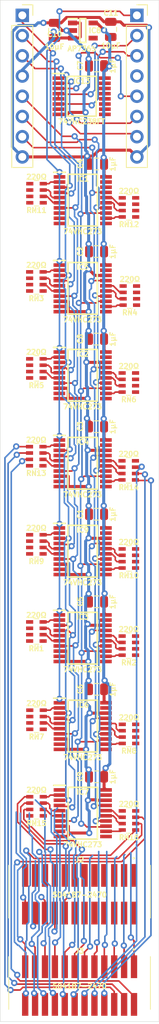
<source format=kicad_pcb>
(kicad_pcb (version 20240108) (generator "pcbnew") (generator_version "8.0")
  (layers (0 "F.Cu" signal) (31 "B.Cu" signal) (34 "B.Paste" user) (35 "F.Paste" user) (36 "B.SilkS" user "B.Silkscreen") (37 "F.SilkS" user "F.Silkscreen") (38 "B.Mask" user) (39 "F.Mask" user) (44 "Edge.Cuts" user))
  (net 0 "")
  (net 1 "/Q2")
  (net 2 "/GND")
  (net 3 "/Q5")
  (net 4 "/Q0")
  (net 5 "/Q1")
  (net 6 "/Q3")
  (net 7 "/Q4")
  (net 8 "/D0")
  (net 9 "/D4")
  (net 10 "/Q13")
  (net 11 "/Q9")
  (net 12 "/Q8")
  (net 13 "/Q10")
  (net 14 "/D2")
  (net 15 "/D1")
  (net 16 "/Q12")
  (net 18 "/Q15")
  (net 19 "/D6")
  (net 20 "/D5")
  (net 21 "/Q11")
  (net 22 "/Q14")
  (net 23 "/~{Reset}")
  (net 24 "/3.3V")
  (net 25 "/Q19")
  (net 27 "/Q18")
  (net 28 "/Q22")
  (net 29 "/Q21")
  (net 30 "/Q20")
  (net 31 "/Q23")
  (net 32 "/Y7")
  (net 33 "/Y5")
  (net 34 "/Y0")
  (net 35 "/Y6")
  (net 36 "/Y1")
  (net 37 "/Y4")
  (net 38 "/Y2")
  (net 39 "/Y3")
  (net 44 "/Q6")
  (net 46 "/Q7")
  (net 47 "/EN")
  (net 48 "/C2")
  (net 50 "/C0")
  (net 51 "/C1")
  (net 52 "/Q37")
  (net 53 "/~{EN}")
  (net 54 "/Q40")
  (net 55 "/Q38")
  (net 56 "/Q39")
  (net 58 "/Q41")
  (net 59 "/Q36")
  (net 62 "/Q27")
  (net 63 "/Q24")
  (net 64 "/Q28")
  (net 65 "/Q29")
  (net 67 "/Q26")
  (net 68 "/Q25")
  (net 70 "/Q42")
  (net 71 "/Q45")
  (net 73 "/Q46")
  (net 74 "/Q47")
  (net 75 "/Q43")
  (net 76 "/Q44")
  (net 78 "/Q32")
  (net 80 "/Q31")
  (net 81 "/Q34")
  (net 82 "/Q33")
  (net 83 "/Q35")
  (net 84 "/Q30")
  (net 85 "Net-(IC3-Q2)")
  (net 86 "Net-(IC3-Q1)")
  (net 87 "Net-(IC3-Q5)")
  (net 88 "Net-(IC3-Q4)")
  (net 89 "Net-(IC3-Q0)")
  (net 90 "Net-(IC3-Q6)")
  (net 95 "/Q16")
  (net 96 "/Q17")
  (net 97 "Net-(IC1-Q1)")
  (net 98 "Net-(IC1-Q5)")
  (net 99 "Net-(IC1-Q0)")
  (net 100 "Net-(IC1-Q6)")
  (net 101 "Net-(IC1-Q4)")
  (net 102 "Net-(IC1-Q2)")
  (net 103 "Net-(IC2-Q4)")
  (net 104 "Net-(IC2-Q5)")
  (net 105 "Net-(IC2-Q0)")
  (net 106 "Net-(IC2-Q1)")
  (net 107 "Net-(IC2-Q6)")
  (net 108 "Net-(IC2-Q2)")
  (net 109 "Net-(IC4-Q1)")
  (net 110 "Net-(IC4-Q5)")
  (net 111 "Net-(IC4-Q6)")
  (net 112 "Net-(IC4-Q4)")
  (net 113 "Net-(IC4-Q2)")
  (net 114 "Net-(IC4-Q0)")
  (net 115 "Net-(IC5-Q5)")
  (net 116 "Net-(IC5-Q0)")
  (net 117 "Net-(IC5-Q6)")
  (net 118 "Net-(IC5-Q4)")
  (net 119 "Net-(IC5-Q2)")
  (net 120 "Net-(IC5-Q1)")
  (net 121 "Net-(IC6-Q1)")
  (net 122 "Net-(IC6-Q5)")
  (net 123 "Net-(IC6-Q6)")
  (net 124 "Net-(IC6-Q4)")
  (net 125 "Net-(IC6-Q2)")
  (net 126 "Net-(IC6-Q0)")
  (net 127 "Net-(IC7-Q0)")
  (net 128 "Net-(IC7-Q4)")
  (net 129 "Net-(IC7-Q1)")
  (net 130 "Net-(IC7-Q2)")
  (net 131 "Net-(IC7-Q6)")
  (net 132 "Net-(IC7-Q5)")
  (net 133 "Net-(IC9-Q5)")
  (net 134 "Net-(IC9-Q4)")
  (net 135 "Net-(IC9-Q1)")
  (net 136 "Net-(IC9-Q0)")
  (net 137 "Net-(IC9-Q2)")
  (net 138 "Net-(IC9-Q6)")
  (net 167 "/5V")
  (footprint "SamacSys_Parts:SOT95P285X130-5N" (layer "F.Cu") (at 88.8486 23.811)
    (property "Reference" "IC8")
    (property "Value" "AP7365-33WG-7" (hide yes))
  )
  (footprint "SamacSys_Parts:CAY16-F4" (layer "F.Cu") (at 82.9766 66.229)
    (property "Reference" "RN5")
    (property "Value" "CAY16-221J4LF" (hide yes))
  )
  (footprint "Connector_PinSocket_2.54mm:PinSocket_1x08_P2.54mm_Vertical" (layer "F.Cu") (at 95.6766 21.906)
    (property "Reference" "J4" (hide yes))
    (property "Value" "Conn_01x08_Pin" (hide yes))
  )
  (footprint "SamacSys_Parts:CAY16-F4" (layer "F.Cu") (at 82.9936 121.232)
    (property "Reference" "RN15")
    (property "Value" "CAY16-221J4LF" (hide yes))
  )
  (footprint "SamacSys_Parts:CAY16-F4" (layer "F.Cu") (at 94.7876 57.085)
    (property "Reference" "RN4")
    (property "Value" "CAY16-221J4LF" (hide yes))
  )
  (footprint "SamacSys_Parts:C_0805" (layer "F.Cu") (at 92.3746 23.684)
    (property "Reference" "C11")
    (property "Value" "10µF")
  )
  (footprint "SamacSys_Parts:CAY16-F4" (layer "F.Cu") (at 94.6776 46.0062)
    (property "Reference" "RN12")
    (property "Value" "CAY16-221J4LF" (hide yes))
  )
  (footprint "SamacSys_Parts:CAY16-F4" (layer "F.Cu") (at 94.6436 79.038)
    (property "Reference" "RN14")
    (property "Value" "CAY16-221J4LF" (hide yes))
  )
  (footprint "Connector_PinSocket_2.54mm:PinSocket_1x08_P2.54mm_Vertical" (layer "F.Cu") (at 81.1986 21.906)
    (property "Reference" "J1" (hide yes))
    (property "Value" "Conn_01x08_Pin" (hide yes))
  )
  (footprint "SamacSys_Parts:5041872470" (layer "F.Cu") (at 88.4376 131.975)
    (property "Reference" "J2")
    (property "Value" "504187-2470")
  )
  (footprint "SamacSys_Parts:C_0805" (layer "F.Cu") (at 90.5966 40.575 90)
    (property "Reference" "C4")
    (property "Value" "1μF")
  )
  (footprint "SamacSys_Parts:CAY16-F4" (layer "F.Cu") (at 82.9766 55.307)
    (property "Reference" "RN3")
    (property "Value" "CAY16-221J4LF" (hide yes))
  )
  (footprint "SamacSys_Parts:CAY16-F4" (layer "F.Cu") (at 82.9766 99.275)
    (property "Reference" "RN1")
    (property "Value" "CAY16-221J4LF" (hide yes))
  )
  (footprint "SamacSys_Parts:SOP65P640X120-16N" (layer "F.Cu") (at 88.6916 32.066)
    (property "Reference" "IC13")
    (property "Value" "74VHC238FT" (hide yes))
  )
  (footprint "SamacSys_Parts:CAY16-F4" (layer "F.Cu") (at 94.6776 112.14)
    (property "Reference" "RN8")
    (property "Value" "CAY16-221J4LF" (hide yes))
  )
  (footprint "SamacSys_Parts:C_0805" (layer "F.Cu") (at 85.2626 23.811)
    (property "Reference" "C10")
    (property "Value" "10µF")
  )
  (footprint "SamacSys_Parts:SOP65P640X110-20N" (layer "F.Cu") (at 88.8356 122.121)
    (property "Reference" "IC7")
    (property "Value" "74VHC273FT" (hide yes))
  )
  (footprint "SamacSys_Parts:SOP65P640X110-20N" (layer "F.Cu") (at 88.8186 67.118)
    (property "Reference" "IC2")
    (property "Value" "74VHC273FT" (hide yes))
  )
  (footprint "SamacSys_Parts:C_0805" (layer "F.Cu") (at 90.5966 73.5686 90)
    (property "Reference" "C3")
    (property "Value" "1μF")
  )
  (footprint "SamacSys_Parts:SOP65P640X110-20N" (layer "F.Cu") (at 88.8186 78.167)
    (property "Reference" "IC4")
    (property "Value" "74VHC273FT" (hide yes))
  )
  (footprint "SamacSys_Parts:C_0805" (layer "F.Cu") (at 90.5966 117.549 90)
    (property "Reference" "C9")
    (property "Value" "1μF")
  )
  (footprint "SamacSys_Parts:C_0805" (layer "F.Cu") (at 90.5966 106.5621 90)
    (property "Reference" "C6")
    (property "Value" "1μF")
  )
  (footprint "SamacSys_Parts:CAY16-F4" (layer "F.Cu") (at 82.9596 77.26)
    (property "Reference" "RN13")
    (property "Value" "CAY16-221J4LF" (hide yes))
  )
  (footprint "SamacSys_Parts:CAY16-F4" (layer "F.Cu") (at 94.6776 123.01)
    (property "Reference" "RN16")
    (property "Value" "CAY16-221J4LF" (hide yes))
  )
  (footprint "SamacSys_Parts:SOP65P640X110-20N" (layer "F.Cu") (at 88.8186 100.138)
    (property "Reference" "IC3")
    (property "Value" "74VHC273FT" (hide yes))
  )
  (footprint "SamacSys_Parts:SOP65P640X110-20N" (layer "F.Cu") (at 88.8356 111.176)
    (property "Reference" "IC6")
    (property "Value" "74VHC273FT" (hide yes))
  )
  (footprint "SamacSys_Parts:CAY16-F4" (layer "F.Cu") (at 82.9936 110.362)
    (property "Reference" "RN7")
    (property "Value" "CAY16-221J4LF" (hide yes))
  )
  (footprint "SamacSys_Parts:C_0805" (layer "F.Cu") (at 90.5966 51.5729 90)
    (property "Reference" "C2")
    (property "Value" "1μF")
  )
  (footprint "SamacSys_Parts:C_0805" (layer "F.Cu") (at 90.5966 28.256 90)
    (property "Reference" "C7")
    (property "Value" "1μF")
  )
  (footprint "SamacSys_Parts:C_0805" (layer "F.Cu") (at 90.5966 84.5664 90)
    (property "Reference" "C1")
    (property "Value" "1μF")
  )
  (footprint "SamacSys_Parts:CAY16-F4" (layer "F.Cu") (at 94.6606 68.007)
    (property "Reference" "RN6")
    (property "Value" "CAY16-221J4LF" (hide yes))
  )
  (footprint "SamacSys_Parts:CAY16-F4" (layer "F.Cu") (at 82.9766 88.3272)
    (property "Reference" "RN9")
    (property "Value" "CAY16-221J4LF" (hide yes))
  )
  (footprint "SamacSys_Parts:CAY16-F4" (layer "F.Cu") (at 82.9936 44.2282)
    (property "Reference" "RN11")
    (property "Value" "CAY16-221J4LF" (hide yes))
  )
  (footprint "SamacSys_Parts:5041872470" (layer "F.Cu") (at 88.4376 143.445)
    (property "Reference" "J3")
    (property "Value" "504187-2470")
  )
  (footprint "SamacSys_Parts:SOP65P640X110-20N" (layer "F.Cu") (at 88.8186 56.196)
    (property "Reference" "IC5")
    (property "Value" "74VHC273FT" (hide yes))
  )
  (footprint "SamacSys_Parts:CAY16-F4" (layer "F.Cu") (at 94.6606 90.1052)
    (property "Reference" "RN10")
    (property "Value" "CAY16-221J4LF" (hide yes))
  )
  (footprint "SamacSys_Parts:CAY16-F4" (layer "F.Cu") (at 94.6606 101.053)
    (property "Reference" "RN2")
    (property "Value" "CAY16-221J4LF" (hide yes))
  )
  (footprint "SamacSys_Parts:C_0805" (layer "F.Cu") (at 90.5966 62.5707 90)
    (property "Reference" "C8")
    (property "Value" "1μF")
  )
  (footprint "SamacSys_Parts:SOP65P640X110-20N" (layer "F.Cu") (at 88.8186 89.216)
    (property "Reference" "IC9")
    (property "Value" "74VHC273FT" (hide yes))
  )
  (footprint "SamacSys_Parts:SOP65P640X110-20N" (layer "F.Cu") (at 88.8356 45.1172)
    (property "Reference" "IC1")
    (property "Value" "74VHC273FT" (hide yes))
  )
  (footprint "SamacSys_Parts:C_0805" (layer "F.Cu") (at 90.5966 95.5643 90)
    (property "Reference" "C5")
    (property "Value" "1μF")
  )
  (gr_line (start 98.4706 20.001) (end 78.4046 20.001) (stroke (width 0.05)) (layer "Edge.Cuts"))
  (gr_line (start 98.4706 148.294) (end 78.4046 148.294) (stroke (width 0.05)) (layer "Edge.Cuts"))
  (gr_line (start 98.4706 20.001) (end 98.4706 148.294) (stroke (width 0.05)) (layer "Edge.Cuts"))
  (gr_line (start 78.4046 148.294) (end 78.4046 20.001) (stroke (width 0.05)) (layer "Edge.Cuts"))
  (segment (start 91.7566 76.542) (end 89.479594 76.542) (width 0.38) (layer "F.Cu") (net 2))
  (segment (start 87.0021 59.117) (end 89.5806 59.117) (width 0.38) (layer "F.Cu") (net 2))
  (segment (start 86.9981 59.121) (end 85.8806 59.121) (width 0.38) (layer "F.Cu") (net 2))
  (segment (start 87.0251 114.091) (end 87.0251 112.811) (width 0.38) (layer "F.Cu") (net 2))
  (segment (start 87.0151 112.801) (end 85.8976 112.801) (width 0.38) (layer "F.Cu") (net 2))
  (segment (start 87.0081 81.082) (end 87.0081 79.802) (width 0.38) (layer "F.Cu") (net 2))
  (segment (start 81.1986 39.686) (end 89.285598 39.686) (width 0.38) (layer "F.Cu") (net 2))
  (segment (start 87.1141 34.098) (end 89.192243 34.098) (width 0.38) (layer "F.Cu") (net 2))
  (segment (start 87.0251 112.811) (end 87.0151 112.801) (width 0.38) (layer "F.Cu") (net 2))
  (segment (start 89.550191 120.438) (end 89.489853 120.498338) (width 0.38) (layer "F.Cu") (net 2))
  (segment (start 89.5806 50.608) (end 89.5806 51.5229) (width 0.38) (layer "F.Cu") (net 2))
  (segment (start 89.6306 117.549) (end 89.6306 116.698) (width 0.38) (layer "F.Cu") (net 2))
  (segment (start 87.0251 114.091) (end 89.2316 114.091) (width 0.38) (layer "F.Cu") (net 2))
  (segment (start 85.8806 90.841) (end 86.9731 90.841) (width 0.38) (layer "F.Cu") (net 2))
  (segment (start 89.6306 39.8178) (end 89.392199 39.579399) (width 0.38) (layer "F.Cu") (net 2))
  (segment (start 86.1126 22.845) (end 86.7866 22.171) (width 0.38) (layer "F.Cu") (net 2))
  (segment (start 87.0251 123.756) (end 87.0251 124.649) (width 0.38) (layer "F.Cu") (net 2))
  (segment (start 89.5766 92.141) (end 89.5806 92.137) (width 0.38) (layer "F.Cu") (net 2))
  (segment (start 95.6766 39.686) (end 94.8266 38.836) (width 0.38) (layer "F.Cu") (net 2))
  (segment (start 89.5806 27.367) (end 89.5806 28.206) (width 0.38) (layer "F.Cu") (net 2))
  (segment (start 87.0081 68.778) (end 87.0081 70.008) (width 0.38) (layer "F.Cu") (net 2))
  (segment (start 89.285598 39.686) (end 89.392199 39.579399) (width 0.38) (layer "F.Cu") (net 2))
  (segment (start 87.0251 124.867875) (end 86.846975 125.046) (width 0.38) (layer "F.Cu") (net 2))
  (segment (start 89.5806 61.53) (end 89.5806 62.5207) (width 0.38) (layer "F.Cu") (net 2))
  (segment (start 86.846975 125.046) (end 85.8976 125.046) (width 0.38) (layer "F.Cu") (net 2))
  (segment (start 89.5806 105.472) (end 89.5806 106.5121) (width 0.38) (layer "F.Cu") (net 2))
  (segment (start 87.0081 70.008) (end 86.9731 70.043) (width 0.38) (layer "F.Cu") (net 2))
  (segment (start 89.2316 114.091) (end 89.2486 114.108) (width 0.38) (layer "F.Cu") (net 2))
  (segment (start 87.0081 103.053) (end 87.0081 101.773) (width 0.38) (layer "F.Cu") (net 2))
  (segment (start 87.0081 79.802) (end 86.9981 79.792) (width 0.38) (layer "F.Cu") (net 2))
  (segment (start 89.5806 94.55) (end 89.5806 95.5143) (width 0.38) (layer "F.Cu") (net 2))
  (segment (start 87.1676 92.141) (end 89.5766 92.141) (width 0.38) (layer "F.Cu") (net 2))
  (segment (start 89.3226 65.493) (end 89.2966 65.467) (width 0.38) (layer "F.Cu") (net 2))
  (segment (start 87.0251 124.649) (end 87.0251 124.867875) (width 0.38) (layer "F.Cu") (net 2))
  (segment (start 89.479594 76.542) (end 89.453596 76.516002) (width 0.38) (layer "F.Cu") (net 2))
  (segment (start 87.065058 124.609042) (end 89.652873 124.609042) (width 0.38) (layer "F.Cu") (net 2))
  (segment (start 85.7536 34.341) (end 86.8711 34.341) (width 0.38) (layer "F.Cu") (net 2))
  (segment (start 86.9981 81.092) (end 87.0081 81.082) (width 0.38) (layer "F.Cu") (net 2))
  (segment (start 91.7566 98.513) (end 89.594606 98.513) (width 0.38) (layer "F.Cu") (net 2))
  (segment (start 85.2626 22.845) (end 86.1126 22.845) (width 0.38) (layer "F.Cu") (net 2))
  (segment (start 86.9731 90.841) (end 87.0081 90.876) (width 0.38) (layer "F.Cu") (net 2))
  (segment (start 89.6066 87.591) (end 89.5806 87.565) (width 0.38) (layer "F.Cu") (net 2))
  (segment (start 89.6306 40.575) (end 89.6306 39.8178) (width 0.38) (layer "F.Cu") (net 2))
  (segment (start 87.0081 59.111) (end 86.9981 59.121) (width 0.38) (layer "F.Cu") (net 2))
  (segment (start 86.9981 57.821) (end 87.0081 57.831) (width 0.38) (layer "F.Cu") (net 2))
  (segment (start 87.0081 90.876) (end 87.0081 92.0465) (width 0.38) (layer "F.Cu") (net 2))
  (segment (start 85.8806 103.063) (end 86.9981 103.063) (width 0.38) (layer "F.Cu") (net 2))
  (segment (start 89.5806 83.501) (end 89.5806 84.5164) (width 0.38) (layer "F.Cu") (net 2))
  (segment (start 87.0151 123.746) (end 87.0251 123.756) (width 0.38) (layer "F.Cu") (net 2))
  (segment (start 89.594606 98.513) (end 89.441606 98.36) (width 0.38) (layer "F.Cu") (net 2))
  (segment (start 92.3746 22.718) (end 91.5246 22.718) (width 0.38) (layer "F.Cu") (net 2))
  (segment (start 87.0151 114.101) (end 87.0251 114.091) (width 0.38) (layer "F.Cu") (net 2))
  (segment (start 90.9776 22.171) (end 86.7866 22.171) (width 0.38) (layer "F.Cu") (net 2))
  (segment (start 91.7736 120.496) (end 90.6561 120.496) (width 0.38) (layer "F.Cu") (net 2))
  (segment (start 87.0081 70.008) (end 89.4156 70.008) (width 0.38) (layer "F.Cu") (net 2))
  (segment (start 96.9166 23.146) (end 97.2006 23.43) (width 0.38) (layer "F.Cu") (net 2))
  (segment (start 85.2626 22.845) (end 83.8656 22.845) (width 0.38) (layer "F.Cu") (net 2))
  (segment (start 86.9981 79.792) (end 85.8806 79.792) (width 0.38) (layer "F.Cu") (net 2))
  (segment (start 91.7566 65.493) (end 89.3226 65.493) (width 0.38) (layer "F.Cu") (net 2))
  (segment (start 87.0251 124.649) (end 87.065058 124.609042) (width 0.38) (layer "F.Cu") (net 2))
  (segment (start 90.6561 120.496) (end 90.5981 120.438) (width 0.38) (layer "F.Cu") (net 2))
  (segment (start 87.0081 81.082) (end 87.0141 81.088) (width 0.38) (layer "F.Cu") (net 2))
  (segment (start 90.128844 39.579399) (end 89.392199 39.579399) (width 0.38) (layer "F.Cu") (net 2))
  (segment (start 90.5981 120.438) (end 89.550191 120.438) (width 0.38) (layer "F.Cu") (net 2))
  (segment (start 94.0256 23.146) (end 96.9166 23.146) (width 0.38) (layer "F.Cu") (net 2))
  (segment (start 86.9731 70.043) (end 85.8806 70.043) (width 0.38) (layer "F.Cu") (net 2))
  (segment (start 87.0081 57.831) (end 87.0081 59.111) (width 0.38) (layer "F.Cu") (net 2))
  (segment (start 85.2626 22.845) (end 86.2286 23.811) (width 0.38) (layer "F.Cu") (net 2))
  (segment (start 86.8711 34.341) (end 87.1141 34.098) (width 0.38) (layer "F.Cu") (net 2))
  (segment (start 87.5486 23.811) (end 86.7746 23.811) (width 0.38) (layer "F.Cu") (net 2))
  (segment (start 89.6306 73.5686) (end 89.6306 72.793875) (width 0.38) (layer "F.Cu") (net 2))
  (segment (start 85.8976 114.101) (end 87.0151 114.101) (width 0.38) (layer "F.Cu") (net 2))
  (segment (start 91.7566 87.591) (end 89.6066 87.591) (width 0.38) (layer "F.Cu") (net 2))
  (segment (start 90.3696 54.571) (end 89.5806 53.782) (width 0.38) (layer "F.Cu") (net 2))
  (segment (start 85.8806 81.092) (end 86.9981 81.092) (width 0.38) (layer "F.Cu") (net 2))
  (segment (start 85.8976 123.746) (end 87.0151 123.746) (width 0.38) (layer "F.Cu") (net 2))
  (segment (start 92.3746 22.718) (end 93.5976 22.718) (width 0.38) (layer "F.Cu") (net 2))
  (segment (start 89.4156 70.008) (end 89.4466 70.039) (width 0.38) (layer "F.Cu") (net 2))
  (segment (start 87.0021 103.059) (end 89.536151 103.059) (width 0.38) (layer "F.Cu") (net 2))
  (segment (start 89.6306 116.698) (end 89.5806 116.648) (width 0.38) (layer "F.Cu") (net 2))
  (segment (start 86.2286 23.811) (end 86.7746 23.811) (width 0.38) (layer "F.Cu") (net 2))
  (segment (start 94.8266 38.836) (end 90.872243 38.836) (width 0.38) (layer "F.Cu") (net 2))
  (segment (start 85.8806 57.821) (end 86.9981 57.821) (width 0.38) (layer "F.Cu") (net 2))
  (segment (start 87.0081 101.773) (end 86.9981 101.763) (width 0.38) (layer "F.Cu") (net 2))
  (segment (start 89.7226 109.551) (end 89.7076 109.536) (width 0.38) (layer "F.Cu") (net 2))
  (segment (start 85.8806 68.743) (end 86.9731 68.743) (width 0.38) (layer "F.Cu") (net 2))
  (segment (start 91.7566 54.571) (end 90.3696 54.571) (width 0.38) (layer "F.Cu") (net 2))
  (segment (start 86.9981 59.121) (end 87.0021 59.117) (width 0.38) (layer "F.Cu") (net 2))
  (segment (start 87.0141 81.088) (end 89.5806 81.088) (width 0.38) (layer "F.Cu") (net 2))
  (segment (start 86.9731 68.743) (end 87.0081 68.778) (width 0.38) (layer "F.Cu") (net 2))
  (segment (start 93.5976 22.718) (end 94.0256 23.146) (width 0.38) (layer "F.Cu") (net 2))
  (segment (start 86.9981 101.763) (end 85.8806 101.763) (width 0.38) (layer "F.Cu") (net 2))
  (segment (start 89.6306 72.793875) (end 89.3656 72.528875) (width 0.38) (layer "F.Cu") (net 2))
  (segment (start 91.7736 109.551) (end 89.7226 109.551) (width 0.38) (layer "F.Cu") (net 2))
  (segment (start 86.9981 103.063) (end 87.0081 103.053) (width 0.38) (layer "F.Cu") (net 2))
  (segment (start 86.9981 103.063) (end 87.0021 103.059) (width 0.38) (layer "F.Cu") (net 2))
  (segment (start 91.5246 22.718) (end 90.9776 22.171) (width 0.38) (layer "F.Cu") (net 2))
  (segment (start 85.8806 92.141) (end 87.1676 92.141) (width 0.38) (layer "F.Cu") (net 2))
  (segment (start 90.872243 38.836) (end 90.128844 39.579399) (width 0.38) (layer "F.Cu") (net 2))
  (via (at 89.453596 76.516002) (size 0.8) (drill 0.4) (layers "F.Cu" "B.Cu") (net 2))
  (via (at 89.5806 53.782) (size 0.8) (drill 0.4) (layers "F.Cu" "B.Cu") (net 2))
  (via (at 89.441606 98.36) (size 0.8) (drill 0.4) (layers "F.Cu" "B.Cu") (net 2))
  (via (at 89.489853 120.498338) (size 0.8) (drill 0.4) (layers "F.Cu" "B.Cu") (net 2))
  (via (at 89.5806 92.137) (size 0.8) (drill 0.4) (layers "F.Cu" "B.Cu") (net 2))
  (via (at 89.5806 94.55) (size 0.8) (drill 0.4) (layers "F.Cu" "B.Cu") (net 2))
  (via (at 89.7076 109.536) (size 0.8) (drill 0.4) (layers "F.Cu" "B.Cu") (net 2))
  (via (at 97.2006 23.43) (size 0.8) (drill 0.4) (layers "F.Cu" "B.Cu") (net 2))
  (via (at 89.536151 103.059) (size 0.8) (drill 0.4) (layers "F.Cu" "B.Cu") (net 2))
  (via (at 89.5806 50.608) (size 0.8) (drill 0.4) (layers "F.Cu" "B.Cu") (net 2))
  (via (at 89.2966 65.467) (size 0.8) (drill 0.4) (layers "F.Cu" "B.Cu") (net 2))
  (via (at 83.8656 22.845) (size 0.8) (drill 0.4) (layers "F.Cu" "B.Cu") (net 2))
  (via (at 89.652873 124.609042) (size 0.8) (drill 0.4) (layers "F.Cu" "B.Cu") (net 2))
  (via (at 89.5806 27.367) (size 0.8) (drill 0.4) (layers "F.Cu" "B.Cu") (net 2))
  (via (at 86.7746 23.811) (size 0.8) (drill 0.4) (layers "F.Cu" "B.Cu") (net 2))
  (via (at 89.5806 87.565) (size 0.8) (drill 0.4) (layers "F.Cu" "B.Cu") (net 2))
  (via (at 89.5806 116.648) (size 0.8) (drill 0.4) (layers "F.Cu" "B.Cu") (net 2))
  (via (at 89.5806 81.088) (size 0.8) (drill 0.4) (layers "F.Cu" "B.Cu") (net 2))
  (via (at 89.3656 72.528875) (size 0.8) (drill 0.4) (layers "F.Cu" "B.Cu") (net 2))
  (via (at 89.5806 83.501) (size 0.8) (drill 0.4) (layers "F.Cu" "B.Cu") (net 2))
  (via (at 89.192243 34.098) (size 0.8) (drill 0.4) (layers "F.Cu" "B.Cu") (net 2))
  (via (at 89.5806 105.472) (size 0.8) (drill 0.4) (layers "F.Cu" "B.Cu") (net 2))
  (via (at 89.4466 70.039) (size 0.8) (drill 0.4) (layers "F.Cu" "B.Cu") (net 2))
  (via (at 89.5806 59.117) (size 0.8) (drill 0.4) (layers "F.Cu" "B.Cu") (net 2))
  (via (at 89.2486 114.108) (size 0.8) (drill 0.4) (layers "F.Cu" "B.Cu") (net 2))
  (via (at 89.5806 61.53) (size 0.8) (drill 0.4) (layers "F.Cu" "B.Cu") (net 2))
  (via (at 89.392199 39.579399) (size 0.8) (drill 0.4) (layers "F.Cu" "B.Cu") (net 2))
  (segment (start 97.2006 38.162) (end 97.2006 23.43) (width 0.38) (layer "B.Cu") (net 2))
  (segment (start 82.8496 23.176) (end 80.714975 23.176) (width 0.38) (layer "B.Cu") (net 2))
  (segment (start 89.084085 54.278515) (end 89.084085 57.720136) (width 0.38) (layer "B.Cu") (net 2))
  (segment (start 89.2966 68.473651) (end 89.4466 68.623651) (width 0.38) (layer "B.Cu") (net 2))
  (segment (start 89.536151 105.427551) (end 89.5806 105.472) (width 0.38) (layer "B.Cu") (net 2))
  (segment (start 89.5806 26.617) (end 86.7746 23.811) (width 0.38) (layer "B.Cu") (net 2))
  (segment (start 89.3256 46.658651) (end 89.3256 44.68294) (width 0.38) (layer "B.Cu") (net 2))
  (segment (start 89.1996 101.36306) (end 89.1996 98.602006) (width 0.38) (layer "B.Cu") (net 2))
  (segment (start 89.5806 120.407591) (end 89.489853 120.498338) (width 0.38) (layer "B.Cu") (net 2))
  (segment (start 89.2966 61.814) (end 89.2966 65.467) (width 0.38) (layer "B.Cu") (net 2))
  (segment (start 89.2486 109.995) (end 89.7076 109.536) (width 0.38) (layer "B.Cu") (net 2))
  (segment (start 89.5806 92.137) (end 89.5806 94.55) (width 0.38) (layer "B.Cu") (net 2))
  (segment (start 89.5806 116.648) (end 89.5806 120.407591) (width 0.38) (layer "B.Cu") (net 2))
  (segment (start 89.392199 39.579399) (end 89.392199 39.065983) (width 0.38) (layer "B.Cu") (net 2))
  (segment (start 83.8656 22.845) (end 83.1806 22.845) (width 0.38) (layer "B.Cu") (net 2))
  (segment (start 89.652873 121.858703) (end 89.652873 124.609042) (width 0.38) (layer "B.Cu") (net 2))
  (segment (start 89.3346 79.687651) (end 89.3346 76.634998) (width 0.38) (layer "B.Cu") (net 2))
  (segment (start 95.6766 39.686) (end 97.2006 38.162) (width 0.38) (layer "B.Cu") (net 2))
  (segment (start 89.084085 57.720136) (end 89.5806 58.216651) (width 0.38) (layer "B.Cu") (net 2))
  (segment (start 89.5806 46.913651) (end 89.3256 46.658651) (width 0.38) (layer "B.Cu") (net 2))
  (segment (start 89.5806 50.608) (end 89.5806 53.782) (width 0.38) (layer "B.Cu") (net 2))
  (segment (start 89.536151 103.059) (end 89.536151 101.699611) (width 0.38) (layer "B.Cu") (net 2))
  (segment (start 88.9946 31.46406) (end 88.9946 33.900357) (width 0.38) (layer "B.Cu") (net 2))
  (segment (start 89.5806 59.117) (end 89.5806 61.53) (width 0.38) (layer "B.Cu") (net 2))
  (segment (start 89.7076 108.725) (end 89.2486 108.266) (width 0.38) (layer "B.Cu") (net 2))
  (segment (start 89.192243 38.866027) (end 89.192243 34.098) (width 0.38) (layer "B.Cu") (net 2))
  (segment (start 89.2486 105.804) (end 89.5806 105.472) (width 0.38) (layer "B.Cu") (net 2))
  (segment (start 89.2486 108.266) (end 89.2486 105.804) (width 0.38) (layer "B.Cu") (net 2))
  (segment (start 89.5806 27.367) (end 89.5806 30.87806) (width 0.38) (layer "B.Cu") (net 2))
  (segment (start 89.1996 98.117994) (end 89.441606 98.36) (width 0.38) (layer "B.Cu") (net 2))
  (segment (start 89.1851 44.54244) (end 89.1851 39.786498) (width 0.38) (layer "B.Cu") (net 2))
  (segment (start 89.5806 79.933651) (end 89.3346 79.687651) (width 0.38) (layer "B.Cu") (net 2))
  (segment (start 89.5806 81.088) (end 89.5806 79.933651) (width 0.38) (layer "B.Cu") (net 2))
  (segment (start 89.3346 72.559875) (end 89.3346 76.397006) (width 0.38) (layer "B.Cu") (net 2))
  (segment (start 89.5806 94.55) (end 89.1996 94.931) (width 0.38) (layer "B.Cu") (net 2))
  (segment (start 89.3346 76.397006) (end 89.453596 76.516002) (width 0.38) (layer "B.Cu") (net 2))
  (segment (start 79.9586 38.446) (end 81.1986 39.686) (width 0.38) (layer "B.Cu") (net 2))
  (segment (start 89.1851 39.786498) (end 89.392199 39.579399) (width 0.38) (layer "B.Cu") (net 2))
  (segment (start 89.5806 83.501) (end 89.5806 87.565) (width 0.38) (layer "B.Cu") (net 2))
  (segment (start 89.5806 90.994) (end 89.5806 92.137) (width 0.38) (layer "B.Cu") (net 2))
  (segment (start 89.1996 94.931) (end 89.1996 98.117994) (width 0.38) (layer "B.Cu") (net 2))
  (segment (start 80.714975 23.176) (end 79.9586 23.932375) (width 0.38) (layer "B.Cu") (net 2))
  (segment (start 89.5806 53.782) (end 89.084085 54.278515) (width 0.38) (layer "B.Cu") (net 2))
  (segment (start 89.1986 87.947) (end 89.1986 90.612) (width 0.38) (layer "B.Cu") (net 2))
  (segment (start 89.2966 65.467) (end 89.2966 68.473651) (width 0.38) (layer "B.Cu") (net 2))
  (segment (start 89.5806 87.565) (end 89.1986 87.947) (width 0.38) (layer "B.Cu") (net 2))
  (segment (start 89.1986 90.612) (end 89.5806 90.994) (width 0.38) (layer "B.Cu") (net 2))
  (segment (start 89.5806 58.216651) (end 89.5806 59.117) (width 0.38) (layer "B.Cu") (net 2))
  (segment (start 89.5806 116.648) (end 89.2486 116.316) (width 0.38) (layer "B.Cu") (net 2))
  (segment (start 89.536151 101.699611) (end 89.1996 101.36306) (width 0.38) (layer "B.Cu") (net 2))
  (segment (start 89.3346 76.634998) (end 89.453596 76.516002) (width 0.38) (layer "B.Cu") (net 2))
  (segment (start 89.3256 44.68294) (end 89.1851 44.54244) (width 0.38) (layer "B.Cu") (net 2))
  (segment (start 89.3656 72.528875) (end 89.3346 72.559875) (width 0.38) (layer "B.Cu") (net 2))
  (segment (start 89.489853 120.498338) (end 89.3876 120.600591) (width 0.38) (layer "B.Cu") (net 2))
  (segment (start 89.1996 98.602006) (end 89.441606 98.36) (width 0.38) (layer "B.Cu") (net 2))
  (segment (start 89.4466 72.447875) (end 89.3656 72.528875) (width 0.38) (layer "B.Cu") (net 2))
  (segment (start 89.4466 68.623651) (end 89.4466 70.039) (width 0.38) (layer "B.Cu") (net 2))
  (segment (start 89.4466 70.039) (end 89.4466 72.447875) (width 0.38) (layer "B.Cu") (net 2))
  (segment (start 89.536151 103.059) (end 89.536151 105.427551) (width 0.38) (layer "B.Cu") (net 2))
  (segment (start 89.3876 121.59343) (end 89.652873 121.858703) (width 0.38) (layer "B.Cu") (net 2))
  (segment (start 89.392199 39.065983) (end 89.192243 38.866027) (width 0.38) (layer "B.Cu") (net 2))
  (segment (start 89.7076 109.536) (end 89.7076 108.725) (width 0.38) (layer "B.Cu") (net 2))
  (segment (start 89.5806 83.501) (end 89.5806 81.088) (width 0.38) (layer "B.Cu") (net 2))
  (segment (start 89.2486 116.316) (end 89.2486 114.108) (width 0.38) (layer "B.Cu") (net 2))
  (segment (start 89.5806 61.53) (end 89.2966 61.814) (width 0.38) (layer "B.Cu") (net 2))
  (segment (start 88.9946 33.900357) (end 89.192243 34.098) (width 0.38) (layer "B.Cu") (net 2))
  (segment (start 89.5806 50.608) (end 89.5806 46.913651) (width 0.38) (layer "B.Cu") (net 2))
  (segment (start 89.5806 30.87806) (end 88.9946 31.46406) (width 0.38) (layer "B.Cu") (net 2))
  (segment (start 89.2486 114.108) (end 89.2486 109.995) (width 0.38) (layer "B.Cu") (net 2))
  (segment (start 83.1806 22.845) (end 82.8496 23.176) (width 0.38) (layer "B.Cu") (net 2))
  (segment (start 79.9586 23.932375) (end 79.9586 38.446) (width 0.38) (layer "B.Cu") (net 2))
  (segment (start 89.5806 27.367) (end 89.5806 26.617) (width 0.38) (layer "B.Cu") (net 2))
  (segment (start 89.3876 120.600591) (end 89.3876 121.59343) (width 0.38) (layer "B.Cu") (net 2))
  (segment (start 87.058629 109.551) (end 85.8976 109.551) (width 0.2) (layer "F.Cu") (net 8))
  (segment (start 87.041629 87.591) (end 85.8806 87.591) (width 0.2) (layer "F.Cu") (net 8))
  (segment (start 81.1986 21.906) (end 81.1986 22.803496) (width 0.2) (layer "F.Cu") (net 8))
  (segment (start 87.033411 98.513) (end 87.1796 98.366811) (width 0.2) (layer "F.Cu") (net 8))
  (segment (start 85.8806 98.513) (end 87.033411 98.513) (width 0.2) (layer "F.Cu") (net 8))
  (segment (start 87.057256 76.542) (end 87.190998 76.408258) (width 0.2) (layer "F.Cu") (net 8))
  (segment (start 85.8806 76.542) (end 87.057256 76.542) (width 0.2) (layer "F.Cu") (net 8))
  (segment (start 87.189721 43.296105) (end 86.993626 43.4922) (width 0.2) (layer "F.Cu") (net 8))
  (segment (start 85.8806 65.493) (end 87.041629 65.493) (width 0.2) (layer "F.Cu") (net 8))
  (segment (start 81.1986 22.803496) (end 85.067852 26.672748) (width 0.2) (layer "F.Cu") (net 8))
  (segment (start 87.058629 120.496) (end 85.8976 120.496) (width 0.2) (layer "F.Cu") (net 8))
  (segment (start 87.054324 54.55796) (end 85.89364 54.55796) (width 0.2) (layer "F.Cu") (net 8))
  (segment (start 86.993626 43.4922) (end 85.8976 43.4922) (width 0.2) (layer "F.Cu") (net 8))
  (via (at 87.058629 109.551) (size 0.8) (drill 0.4) (layers "F.Cu" "B.Cu") (net 8))
  (via (at 87.041629 87.591) (size 0.8) (drill 0.4) (layers "F.Cu" "B.Cu") (net 8))
  (via (at 85.067852 26.672748) (size 0.8) (drill 0.4) (layers "F.Cu" "B.Cu") (net 8))
  (via (at 87.041629 65.493) (size 0.8) (drill 0.4) (layers "F.Cu" "B.Cu") (net 8))
  (via (at 87.058629 120.496) (size 0.8) (drill 0.4) (layers "F.Cu" "B.Cu") (net 8))
  (via (at 87.190998 76.408258) (size 0.8) (drill 0.4) (layers "F.Cu" "B.Cu") (net 8))
  (via (at 87.189721 43.296105) (size 0.8) (drill 0.4) (layers "F.Cu" "B.Cu") (net 8))
  (via (at 87.1796 98.366811) (size 0.8) (drill 0.4) (layers "F.Cu" "B.Cu") (net 8))
  (via (at 87.054324 54.55796) (size 0.8) (drill 0.4) (layers "F.Cu" "B.Cu") (net 8))
  (segment (start 86.6716 90.813347) (end 86.6716 96.467) (width 0.2) (layer "B.Cu") (net 8))
  (segment (start 86.679713 99.228887) (end 87.1796 98.729) (width 0.2) (layer "B.Cu") (net 8))
  (segment (start 86.695508 120.132879) (end 87.058629 120.496) (width 0.2) (layer "B.Cu") (net 8))
  (segment (start 87.190998 70.697398) (end 87.190998 76.408258) (width 0.2) (layer "B.Cu") (net 8))
  (segment (start 87.189721 40.585493) (end 84.7666 38.162372) (width 0.2) (layer "B.Cu") (net 8))
  (segment (start 87.058629 109.551) (end 86.679713 109.172084) (width 0.2) (layer "B.Cu") (net 8))
  (segment (start 86.6526 43.833226) (end 86.6526 54.156236) (width 0.2) (layer "B.Cu") (net 8))
  (segment (start 87.189721 43.296105) (end 87.189721 40.585493) (width 0.2) (layer "B.Cu") (net 8))
  (segment (start 86.5256 90.667347) (end 86.6716 90.813347) (width 0.2) (layer "B.Cu") (net 8))
  (segment (start 86.695508 109.914121) (end 86.695508 120.132879) (width 0.2) (layer "B.Cu") (net 8))
  (segment (start 87.189721 43.296105) (end 86.6526 43.833226) (width 0.2) (layer "B.Cu") (net 8))
  (segment (start 84.7666 26.974) (end 85.067852 26.672748) (width 0.2) (layer "B.Cu") (net 8))
  (segment (start 87.1796 96.975) (end 87.1796 98.366811) (width 0.2) (layer "B.Cu") (net 8))
  (segment (start 86.6526 56.323) (end 86.4056 56.076) (width 0.2) (layer "B.Cu") (net 8))
  (segment (start 86.5136 77.085656) (end 87.190998 76.408258) (width 0.2) (layer "B.Cu") (net 8))
  (segment (start 87.041629 83.65512) (end 86.5136 83.127091) (width 0.2) (layer "B.Cu") (net 8))
  (segment (start 87.041629 87.591) (end 87.041629 83.65512) (width 0.2) (layer "B.Cu") (net 8))
  (segment (start 86.679713 109.172084) (end 86.679713 99.228887) (width 0.2) (layer "B.Cu") (net 8))
  (segment (start 86.5256 88.107029) (end 86.5256 90.667347) (width 0.2) (layer "B.Cu") (net 8))
  (segment (start 86.4056 56.076) (end 86.4056 55.206684) (width 0.2) (layer "B.Cu") (net 8))
  (segment (start 86.6526 54.156236) (end 87.054324 54.55796) (width 0.2) (layer "B.Cu") (net 8))
  (segment (start 87.041629 65.493) (end 86.2716 66.263029) (width 0.2) (layer "B.Cu") (net 8))
  (segment (start 86.4056 55.206684) (end 87.054324 54.55796) (width 0.2) (layer "B.Cu") (net 8))
  (segment (start 87.058629 109.551) (end 86.695508 109.914121) (width 0.2) (layer "B.Cu") (net 8))
  (segment (start 86.2716 69.778) (end 87.190998 70.697398) (width 0.2) (layer "B.Cu") (net 8))
  (segment (start 86.2716 66.263029) (end 86.2716 69.778) (width 0.2) (layer "B.Cu") (net 8))
  (segment (start 84.7666 38.162372) (end 84.7666 26.974) (width 0.2) (layer "B.Cu") (net 8))
  (segment (start 87.1796 98.729) (end 87.1796 98.366811) (width 0.2) (layer "B.Cu") (net 8))
  (segment (start 87.041629 87.591) (end 86.5256 88.107029) (width 0.2) (layer "B.Cu") (net 8))
  (segment (start 86.6716 96.467) (end 87.1796 96.975) (width 0.2) (layer "B.Cu") (net 8))
  (segment (start 87.041629 65.493) (end 86.6526 65.103971) (width 0.2) (layer "B.Cu") (net 8))
  (segment (start 86.6526 65.103971) (end 86.6526 56.323) (width 0.2) (layer "B.Cu") (net 8))
  (segment (start 86.5136 83.127091) (end 86.5136 77.085656) (width 0.2) (layer "B.Cu") (net 8))
  (segment (start 90.682721 113.14151) (end 91.023231 112.801) (width 0.2) (layer "F.Cu") (net 9))
  (segment (start 88.665954 46.7422) (end 88.551162 46.856992) (width 0.2) (layer "F.Cu") (net 9))
  (segment (start 90.616521 58.023579) (end 88.340074 58.023579) (width 0.2) (layer "F.Cu") (net 9))
  (segment (start 86.229522 37.096922) (end 87.805027 37.096922) (width 0.2) (layer "F.Cu") (net 9))
  (segment (start 91.7736 123.746) (end 91.677139 123.842461) (width 0.2) (layer "F.Cu") (net 9))
  (segment (start 88.963195 68.743) (end 88.6066 69.099595) (width 0.2) (layer "F.Cu") (net 9))
  (segment (start 90.8191 57.821) (end 90.616521 58.023579) (width 0.2) (layer "F.Cu") (net 9))
  (segment (start 88.195508 113.14151) (end 90.682721 113.14151) (width 0.2) (layer "F.Cu") (net 9))
  (segment (start 88.542611 91.052203) (end 88.753814 90.841) (width 0.2) (layer "F.Cu") (net 9))
  (segment (start 91.7566 79.792) (end 89.005818 79.792) (width 0.2) (layer "F.Cu") (net 9))
  (segment (start 89.005818 79.792) (end 88.641123 80.156695) (width 0.2) (layer "F.Cu") (net 9))
  (segment (start 88.753814 90.841) (end 91.7566 90.841) (width 0.2) (layer "F.Cu") (net 9))
  (segment (start 88.934867 123.437087) (end 88.646969 123.437087) (width 0.2) (layer "F.Cu") (net 9))
  (segment (start 88.897272 101.763) (end 91.7566 101.763) (width 0.2) (layer "F.Cu") (net 9))
  (segment (start 91.7736 46.7422) (end 88.665954 46.7422) (width 0.2) (layer "F.Cu") (net 9))
  (segment (start 91.7566 68.743) (end 88.963195 68.743) (width 0.2) (layer "F.Cu") (net 9))
  (segment (start 91.023231 112.801) (end 91.7736 112.801) (width 0.2) (layer "F.Cu") (net 9))
  (segment (start 81.1986 32.066) (end 86.229522 37.096922) (width 0.2) (layer "F.Cu") (net 9))
  (segment (start 91.7566 57.821) (end 90.8191 57.821) (width 0.2) (layer "F.Cu") (net 9))
  (segment (start 91.677139 123.842461) (end 89.340241 123.842461) (width 0.2) (layer "F.Cu") (net 9))
  (segment (start 89.340241 123.842461) (end 88.934867 123.437087) (width 0.2) (layer "F.Cu") (net 9))
  (segment (start 88.689791 101.970481) (end 88.897272 101.763) (width 0.2) (layer "F.Cu") (net 9))
  (via (at 88.646969 123.437087) (size 0.8) (drill 0.4) (layers "F.Cu" "B.Cu") (net 9))
  (via (at 88.6066 69.099595) (size 0.8) (drill 0.4) (layers "F.Cu" "B.Cu") (net 9))
  (via (at 88.551162 46.856992) (size 0.8) (drill 0.4) (layers "F.Cu" "B.Cu") (net 9))
  (via (at 88.641123 80.156695) (size 0.8) (drill 0.4) (layers "F.Cu" "B.Cu") (net 9))
  (via (at 88.195508 113.14151) (size 0.8) (drill 0.4) (layers "F.Cu" "B.Cu") (net 9))
  (via (at 88.340074 58.023579) (size 0.8) (drill 0.4) (layers "F.Cu" "B.Cu") (net 9))
  (via (at 88.542611 91.052203) (size 0.8) (drill 0.4) (layers "F.Cu" "B.Cu") (net 9))
  (via (at 88.689791 101.970481) (size 0.8) (drill 0.4) (layers "F.Cu" "B.Cu") (net 9))
  (via (at 87.805027 37.096922) (size 0.8) (drill 0.4) (layers "F.Cu" "B.Cu") (net 9))
  (segment (start 88.195508 115.008908) (end 88.646969 115.460369) (width 0.2) (layer "B.Cu") (net 9))
  (segment (start 88.6916 37.983495) (end 87.805027 37.096922) (width 0.2) (layer "B.Cu") (net 9))
  (segment (start 88.6066 75.508967) (end 88.6066 69.099595) (width 0.2) (layer "B.Cu") (net 9))
  (segment (start 88.6916 101.97229) (end 88.689791 101.970481) (width 0.2) (layer "B.Cu") (net 9))
  (segment (start 88.6916 112.645418) (end 88.6916 101.97229) (width 0.2) (layer "B.Cu") (net 9))
  (segment (start 88.5646 91.030214) (end 88.5646 80.233218) (width 0.2) (layer "B.Cu") (net 9))
  (segment (start 88.6066 69.099595) (end 88.5646 69.057595) (width 0.2) (layer "B.Cu") (net 9))
  (segment (start 88.195508 113.14151) (end 88.195508 115.008908) (width 0.2) (layer "B.Cu") (net 9))
  (segment (start 88.5646 69.057595) (end 88.5646 58.248105) (width 0.2) (layer "B.Cu") (net 9))
  (segment (start 88.594085 57.769568) (end 88.594085 46.899915) (width 0.2) (layer "B.Cu") (net 9))
  (segment (start 88.6916 46.716554) (end 88.6916 37.983495) (width 0.2) (layer "B.Cu") (net 9))
  (segment (start 88.551162 46.856992) (end 88.6916 46.716554) (width 0.2) (layer "B.Cu") (net 9))
  (segment (start 88.340074 58.023579) (end 88.594085 57.769568) (width 0.2) (layer "B.Cu") (net 9))
  (segment (start 88.6916 91.201192) (end 88.6916 101.968672) (width 0.2) (layer "B.Cu") (net 9))
  (segment (start 88.542611 91.052203) (end 88.5646 91.030214) (width 0.2) (layer "B.Cu") (net 9))
  (segment (start 88.195508 113.14151) (end 88.6916 112.645418) (width 0.2) (layer "B.Cu") (net 9))
  (segment (start 88.740998 80.05682) (end 88.740998 75.643365) (width 0.2) (layer "B.Cu") (net 9))
  (segment (start 88.5646 80.233218) (end 88.641123 80.156695) (width 0.2) (layer "B.Cu") (net 9))
  (segment (start 88.5646 58.248105) (end 88.340074 58.023579) (width 0.2) (layer "B.Cu") (net 9))
  (segment (start 88.542611 91.052203) (end 88.6916 91.201192) (width 0.2) (layer "B.Cu") (net 9))
  (segment (start 88.6916 101.968672) (end 88.689791 101.970481) (width 0.2) (layer "B.Cu") (net 9))
  (segment (start 88.641123 80.156695) (end 88.740998 80.05682) (width 0.2) (layer "B.Cu") (net 9))
  (segment (start 88.594085 46.899915) (end 88.551162 46.856992) (width 0.2) (layer "B.Cu") (net 9))
  (segment (start 88.646969 115.460369) (end 88.646969 123.437087) (width 0.2) (layer "B.Cu") (net 9))
  (segment (start 88.740998 75.643365) (end 88.6066 75.508967) (width 0.2) (layer "B.Cu") (net 9))
  (segment (start 82.8126 134.665) (end 82.8126 136.07541) (width 0.2) (layer "F.Cu") (net 10))
  (segment (start 82.8126 136.07541) (end 82.568628 136.319382) (width 0.2) (layer "F.Cu") (net 10))
  (via (at 82.568628 136.319382) (size 0.8) (drill 0.4) (layers "F.Cu" "B.Cu") (net 10))
  (segment (start 82.8566 131.77142) (end 82.454367 132.173653) (width 0.2) (layer "B.Cu") (net 10))
  (segment (start 82.454367 136.205121) (end 82.568628 136.319382) (width 0.2) (layer "B.Cu") (net 10))
  (segment (start 82.454367 132.173653) (end 82.454367 136.205121) (width 0.2) (layer "B.Cu") (net 10))
  (segment (start 82.8566 128.085) (end 82.8566 131.77142) (width 0.2) (layer "B.Cu") (net 10))
  (segment (start 87.462606 79.142) (end 87.802606 78.802) (width 0.2) (layer "F.Cu") (net 14))
  (segment (start 82.799597 28.586997) (end 86.068203 28.586997) (width 0.2) (layer "F.Cu") (net 14))
  (segment (start 85.8806 68.093) (end 87.851669 68.093) (width 0.2) (layer "F.Cu") (net 14))
  (segment (start 85.8976 46.0922) (end 87.843047 46.0922) (width 0.2) (layer "F.Cu") (net 14))
  (segment (start 85.8806 79.142) (end 87.462606 79.142) (width 0.2) (layer "F.Cu") (net 14))
  (segment (start 85.8806 90.191) (end 87.6256 90.191) (width 0.2) (layer "F.Cu") (net 14))
  (segment (start 87.843047 46.0922) (end 87.90899 46.026257) (width 0.2) (layer "F.Cu") (net 14))
  (segment (start 85.8976 123.096) (end 87.604047 123.096) (width 0.2) (layer "F.Cu") (net 14))
  (segment (start 87.851669 68.093) (end 87.85167 68.093001) (width 0.2) (layer "F.Cu") (net 14))
  (segment (start 87.725887 57.171) (end 87.769724 57.127163) (width 0.2) (layer "F.Cu") (net 14))
  (segment (start 85.8806 101.113) (end 87.8316 101.113) (width 0.2) (layer "F.Cu") (net 14))
  (segment (start 85.8976 112.151) (end 87.783708 112.151) (width 0.2) (layer "F.Cu") (net 14))
  (segment (start 81.1986 26.986) (end 82.799597 28.586997) (width 0.2) (layer "F.Cu") (net 14))
  (segment (start 87.783708 112.151) (end 87.845508 112.0892) (width 0.2) (layer "F.Cu") (net 14))
  (segment (start 87.604047 123.096) (end 87.733863 122.966184) (width 0.2) (layer "F.Cu") (net 14))
  (segment (start 87.8316 101.113) (end 87.9176 101.027) (width 0.2) (layer "F.Cu") (net 14))
  (segment (start 85.8806 57.171) (end 87.725887 57.171) (width 0.2) (layer "F.Cu") (net 14))
  (via (at 87.9176 101.027) (size 0.8) (drill 0.4) (layers "F.Cu" "B.Cu") (net 14))
  (via (at 86.068203 28.586997) (size 0.8) (drill 0.4) (layers "F.Cu" "B.Cu") (net 14))
  (via (at 87.769724 57.127163) (size 0.8) (drill 0.4) (layers "F.Cu" "B.Cu") (net 14))
  (via (at 87.845508 112.0892) (size 0.8) (drill 0.4) (layers "F.Cu" "B.Cu") (net 14))
  (via (at 87.802606 78.802) (size 0.8) (drill 0.4) (layers "F.Cu" "B.Cu") (net 14))
  (via (at 87.6256 90.191) (size 0.8) (drill 0.4) (layers "F.Cu" "B.Cu") (net 14))
  (via (at 87.733863 122.966184) (size 0.8) (drill 0.4) (layers "F.Cu" "B.Cu") (net 14))
  (via (at 87.90899 46.026257) (size 0.8) (drill 0.4) (layers "F.Cu" "B.Cu") (net 14))
  (via (at 87.85167 68.093001) (size 0.8) (drill 0.4) (layers "F.Cu" "B.Cu") (net 14))
  (segment (start 87.6256 90.191) (end 87.6256 91.623661) (width 0.2) (layer "B.Cu") (net 14))
  (segment (start 87.6256 91.623661) (end 88.2916 92.289661) (width 0.2) (layer "B.Cu") (net 14))
  (segment (start 87.6756 104.202) (end 87.6756 101.269) (width 0.2) (layer "B.Cu") (net 14))
  (segment (start 88.1646 58.908766) (end 87.590074 58.33424) (width 0.2) (layer "B.Cu") (net 14))
  (segment (start 87.85167 68.093001) (end 87.8216 68.123071) (width 0.2) (layer "B.Cu") (net 14))
  (segment (start 88.2916 45.643647) (end 88.2916 40.556) (width 0.2) (layer "B.Cu") (net 14))
  (segment (start 88.2916 40.556) (end 86.161368 38.425768) (width 0.2) (layer "B.Cu") (net 14))
  (segment (start 88.1646 47.531091) (end 87.801162 47.167653) (width 0.2) (layer "B.Cu") (net 14))
  (segment (start 87.845508 112.0892) (end 87.495508 112.4392) (width 0.2) (layer "B.Cu") (net 14))
  (segment (start 86.161368 29.82409) (end 86.068203 29.730925) (width 0.2) (layer "B.Cu") (net 14))
  (segment (start 87.90899 46.026257) (end 88.2916 45.643647) (width 0.2) (layer "B.Cu") (net 14))
  (segment (start 87.6256 90.191) (end 88.1646 89.652) (width 0.2) (layer "B.Cu") (net 14))
  (segment (start 87.590074 57.306813) (end 87.769724 57.127163) (width 0.2) (layer "B.Cu") (net 14))
  (segment (start 87.8026 78.802006) (end 87.802606 78.802) (width 0.2) (layer "B.Cu") (net 14))
  (segment (start 86.161368 38.425768) (end 86.161368 29.82409) (width 0.2) (layer "B.Cu") (net 14))
  (segment (start 87.85167 68.093001) (end 88.1646 67.780071) (width 0.2) (layer "B.Cu") (net 14))
  (segment (start 87.8026 83.284719) (end 87.8026 78.802006) (width 0.2) (layer "B.Cu") (net 14))
  (segment (start 88.2916 111.643108) (end 88.2916 104.818) (width 0.2) (layer "B.Cu") (net 14))
  (segment (start 87.845508 112.0892) (end 88.2916 111.643108) (width 0.2) (layer "B.Cu") (net 14))
  (segment (start 87.495508 112.4392) (end 87.495508 114.874594) (width 0.2) (layer "B.Cu") (net 14))
  (segment (start 87.495508 114.874594) (end 88.243948 115.623034) (width 0.2) (layer "B.Cu") (net 14))
  (segment (start 88.340998 78.263608) (end 87.802606 78.802) (width 0.2) (layer "B.Cu") (net 14))
  (segment (start 88.243948 122.456099) (end 87.733863 122.966184) (width 0.2) (layer "B.Cu") (net 14))
  (segment (start 88.1646 69.718256) (end 88.1646 75.632653) (width 0.2) (layer "B.Cu") (net 14))
  (segment (start 87.801162 47.167653) (end 87.801162 46.134085) (width 0.2) (layer "B.Cu") (net 14))
  (segment (start 87.769724 57.127163) (end 88.1646 56.732287) (width 0.2) (layer "B.Cu") (net 14))
  (segment (start 87.6756 101.269) (end 87.9176 101.027) (width 0.2) (layer "B.Cu") (net 14))
  (segment (start 88.1646 67.780071) (end 88.1646 58.908766) (width 0.2) (layer "B.Cu") (net 14))
  (segment (start 87.801162 46.134085) (end 87.90899 46.026257) (width 0.2) (layer "B.Cu") (net 14))
  (segment (start 88.2916 100.653) (end 87.9176 101.027) (width 0.2) (layer "B.Cu") (net 14))
  (segment (start 88.2916 104.818) (end 87.6756 104.202) (width 0.2) (layer "B.Cu") (net 14))
  (segment (start 87.590074 58.33424) (end 87.590074 57.306813) (width 0.2) (layer "B.Cu") (net 14))
  (segment (start 86.068203 29.730925) (end 86.068203 28.586997) (width 0.2) (layer "B.Cu") (net 14))
  (segment (start 88.1646 75.632653) (end 88.340998 75.809051) (width 0.2) (layer "B.Cu") (net 14))
  (segment (start 88.1646 89.652) (end 88.1646 83.646719) (width 0.2) (layer "B.Cu") (net 14))
  (segment (start 88.243948 115.623034) (end 88.243948 122.456099) (width 0.2) (layer "B.Cu") (net 14))
  (segment (start 87.8216 69.375256) (end 88.1646 69.718256) (width 0.2) (layer "B.Cu") (net 14))
  (segment (start 88.2916 92.289661) (end 88.2916 100.653) (width 0.2) (layer "B.Cu") (net 14))
  (segment (start 87.8216 68.123071) (end 87.8216 69.375256) (width 0.2) (layer "B.Cu") (net 14))
  (segment (start 88.1646 83.646719) (end 87.8026 83.284719) (width 0.2) (layer "B.Cu") (net 14))
  (segment (start 88.340998 75.809051) (end 88.340998 78.263608) (width 0.2) (layer "B.Cu") (net 14))
  (segment (start 88.1646 56.732287) (end 88.1646 47.531091) (width 0.2) (layer "B.Cu") (net 14))
  (segment (start 86.8276 55.221) (end 87.277585 55.670985) (width 0.2) (layer "F.Cu") (net 15))
  (segment (start 86.9976 99.163) (end 87.5916 99.757) (width 0.2) (layer "F.Cu") (net 15))
  (segment (start 86.971224 66.452624) (end 86.6616 66.143) (width 0.2) (layer "F.Cu") (net 15))
  (segment (start 85.8976 110.201) (end 86.711098 110.201) (width 0.2) (layer "F.Cu") (net 15))
  (segment (start 86.6923 44.1422) (end 85.8976 44.1422) (width 0.2) (layer "F.Cu") (net 15))
  (segment (start 87.0796 77.317) (end 87.2946 77.532) (width 0.2) (layer "F.Cu") (net 15))
  (segment (start 85.8806 55.221) (end 86.8276 55.221) (width 0.2) (layer "F.Cu") (net 15))
  (segment (start 86.711098 110.201) (end 86.9351 110.425002) (width 0.2) (layer "F.Cu") (net 15))
  (segment (start 87.2066 88.366) (end 87.4216 88.581) (width 0.2) (layer "F.Cu") (net 15))
  (segment (start 86.9351 110.425002) (end 87.5486 110.425002) (width 0.2) (layer "F.Cu") (net 15))
  (segment (start 81.1986 24.446) (end 84.448076 27.695476) (width 0.2) (layer "F.Cu") (net 15))
  (segment (start 86.827704 44.277604) (end 86.6923 44.1422) (width 0.2) (layer "F.Cu") (net 15))
  (segment (start 86.6616 66.143) (end 85.8806 66.143) (width 0.2) (layer "F.Cu") (net 15))
  (segment (start 84.448076 27.695476) (end 85.513501 27.695476) (width 0.2) (layer "F.Cu") (net 15))
  (segment (start 85.8806 99.163) (end 86.9976 99.163) (width 0.2) (layer "F.Cu") (net 15))
  (segment (start 86.0056 88.366) (end 87.2066 88.366) (width 0.2) (layer "F.Cu") (net 15))
  (segment (start 87.381201 44.277604) (end 86.827704 44.277604) (width 0.2) (layer "F.Cu") (net 15))
  (segment (start 87.387854 121.271) (end 86.0226 121.271) (width 0.2) (layer "F.Cu") (net 15))
  (segment (start 86.0056 77.317) (end 87.0796 77.317) (width 0.2) (layer "F.Cu") (net 15))
  (segment (start 87.322923 66.452624) (end 86.971224 66.452624) (width 0.2) (layer "F.Cu") (net 15))
  (segment (start 87.506803 121.389949) (end 87.387854 121.271) (width 0.2) (layer "F.Cu") (net 15))
  (via (at 87.322923 66.452624) (size 0.8) (drill 0.4) (layers "F.Cu" "B.Cu") (net 15))
  (via (at 87.2946 77.532) (size 0.8) (drill 0.4) (layers "F.Cu" "B.Cu") (net 15))
  (via (at 87.4216 88.581) (size 0.8) (drill 0.4) (layers "F.Cu" "B.Cu") (net 15))
  (via (at 85.513501 27.695476) (size 0.8) (drill 0.4) (layers "F.Cu" "B.Cu") (net 15))
  (via (at 87.5486 110.425002) (size 0.8) (drill 0.4) (layers "F.Cu" "B.Cu") (net 15))
  (via (at 87.277585 55.670985) (size 0.8) (drill 0.4) (layers "F.Cu" "B.Cu") (net 15))
  (via (at 87.381201 44.277604) (size 0.8) (drill 0.4) (layers "F.Cu" "B.Cu") (net 15))
  (via (at 87.506803 121.389949) (size 0.8) (drill 0.4) (layers "F.Cu" "B.Cu") (net 15))
  (via (at 87.5916 99.757) (size 0.8) (drill 0.4) (layers "F.Cu" "B.Cu") (net 15))
  (segment (start 85.318203 27.890774) (end 85.513501 27.695476) (width 0.2) (layer "B.Cu") (net 15))
  (segment (start 87.0526 55.89597) (end 87.277585 55.670985) (width 0.2) (layer "B.Cu") (net 15))
  (segment (start 87.7646 59.074452) (end 87.0526 58.362452) (width 0.2) (layer "B.Cu") (net 15))
  (segment (start 87.7646 47.878347) (end 87.7646 55.18397) (width 0.2) (layer "B.Cu") (net 15))
  (segment (start 87.940998 75.974737) (end 87.940998 76.885602) (width 0.2) (layer "B.Cu") (net 15))
  (segment (start 87.7646 83.812405) (end 86.9256 82.973405) (width 0.2) (layer "B.Cu") (net 15))
  (segment (start 87.940998 76.885602) (end 87.2946 77.532) (width 0.2) (layer "B.Cu") (net 15))
  (segment (start 87.7646 69.883942) (end 87.7646 75.798339) (width 0.2) (layer "B.Cu") (net 15))
  (segment (start 87.7646 88.238) (end 87.7646 83.812405) (width 0.2) (layer "B.Cu") (net 15))
  (segment (start 87.0526 58.362452) (end 87.0526 55.89597) (width 0.2) (layer "B.Cu") (net 15))
  (segment (start 87.506803 121.389949) (end 87.8026 121.094152) (width 0.2) (layer "B.Cu") (net 15))
  (segment (start 86.9256 90.501661) (end 87.1676 90.743661) (width 0.2) (layer "B.Cu") (net 15))
  (segment (start 86.9256 82.973405) (end 86.9256 77.901) (width 0.2) (layer "B.Cu") (net 15))
  (segment (start 85.318203 38.148289) (end 85.318203 27.890774) (width 0.2) (layer "B.Cu") (net 15))
  (segment (start 87.381201 44.277604) (end 87.8916 43.767205) (width 0.2) (layer "B.Cu") (net 15))
  (segment (start 87.8026 121.094152) (end 87.8026 116.705686) (width 0.2) (layer "B.Cu") (net 15))
  (segment (start 87.8916 99.457) (end 87.5916 99.757) (width 0.2) (layer "B.Cu") (net 15))
  (segment (start 87.8916 96.671) (end 87.8916 99.457) (width 0.2) (layer "B.Cu") (net 15))
  (segment (start 87.7646 55.18397) (end 87.277585 55.670985) (width 0.2) (layer "B.Cu") (net 15))
  (segment (start 87.8026 116.705686) (end 87.095508 115.998594) (width 0.2) (layer "B.Cu") (net 15))
  (segment (start 87.322923 66.452624) (end 87.7646 66.010947) (width 0.2) (layer "B.Cu") (net 15))
  (segment (start 87.7646 66.010947) (end 87.7646 59.074452) (width 0.2) (layer "B.Cu") (net 15))
  (segment (start 86.9256 77.901) (end 87.2946 77.532) (width 0.2) (layer "B.Cu") (net 15))
  (segment (start 87.1676 104.259686) (end 87.1676 100.181) (width 0.2) (layer "B.Cu") (net 15))
  (segment (start 87.8916 40.721686) (end 85.318203 38.148289) (width 0.2) (layer "B.Cu") (net 15))
  (segment (start 87.101668 66.673879) (end 87.101668 69.22101) (width 0.2) (layer "B.Cu") (net 15))
  (segment (start 86.9256 89.077) (end 86.9256 90.501661) (width 0.2) (layer "B.Cu") (net 15))
  (segment (start 87.8026 104.894686) (end 87.1676 104.259686) (width 0.2) (layer "B.Cu") (net 15))
  (segment (start 87.101668 69.22101) (end 87.7646 69.883942) (width 0.2) (layer "B.Cu") (net 15))
  (segment (start 87.322923 66.452624) (end 87.101668 66.673879) (width 0.2) (layer "B.Cu") (net 15))
  (segment (start 87.4216 88.581) (end 87.7646 88.238) (width 0.2) (layer "B.Cu") (net 15))
  (segment (start 87.8916 43.767205) (end 87.8916 40.721686) (width 0.2) (layer "B.Cu") (net 15))
  (segment (start 87.7646 75.798339) (end 87.940998 75.974737) (width 0.2) (layer "B.Cu") (net 15))
  (segment (start 87.381201 44.277604) (end 87.0526 44.606205) (width 0.2) (layer "B.Cu") (net 15))
  (segment (start 87.095508 110.878094) (end 87.5486 110.425002) (width 0.2) (layer "B.Cu") (net 15))
  (segment (start 87.5486 110.425002) (end 87.8026 110.171002) (width 0.2) (layer "B.Cu") (net 15))
  (segment (start 87.1676 90.743661) (end 87.1676 95.947) (width 0.2) (layer "B.Cu") (net 15))
  (segment (start 87.0526 47.166347) (end 87.7646 47.878347) (width 0.2) (layer "B.Cu") (net 15))
  (segment (start 87.1676 100.181) (end 87.5916 99.757) (width 0.2) (layer "B.Cu") (net 15))
  (segment (start 87.095508 115.998594) (end 87.095508 110.878094) (width 0.2) (layer "B.Cu") (net 15))
  (segment (start 87.0526 44.606205) (end 87.0526 47.166347) (width 0.2) (layer "B.Cu") (net 15))
  (segment (start 87.8026 110.171002) (end 87.8026 104.894686) (width 0.2) (layer "B.Cu") (net 15))
  (segment (start 87.1676 95.947) (end 87.8916 96.671) (width 0.2) (layer "B.Cu") (net 15))
  (segment (start 87.4216 88.581) (end 86.9256 89.077) (width 0.2) (layer "B.Cu") (net 15))
  (segment (start 81.5626 132.953939) (end 81.310787 132.702126) (width 0.2) (layer "F.Cu") (net 16))
  (segment (start 81.5626 134.665) (end 81.5626 132.953939) (width 0.2) (layer "F.Cu") (net 16))
  (via (at 81.310787 132.702126) (size 0.8) (drill 0.4) (layers "F.Cu" "B.Cu") (net 16))
  (segment (start 81.704608 128.770855) (end 81.310787 129.164676) (width 0.2) (layer "B.Cu") (net 16))
  (segment (start 81.310787 129.164676) (end 81.310787 132.702126) (width 0.2) (layer "B.Cu") (net 16))
  (segment (start 80.9446 122.109) (end 80.9446 127.058153) (width 0.2) (layer "B.Cu") (net 16))
  (segment (start 80.9446 127.058153) (end 81.704608 127.818161) (width 0.2) (layer "B.Cu") (net 16))
  (segment (start 81.704608 127.818161) (end 81.704608 128.770855) (width 0.2) (layer "B.Cu") (net 16))
  (segment (start 85.3126 134.665) (end 85.3126 136.918) (width 0.2) (layer "F.Cu") (net 18))
  (segment (start 85.3126 136.918) (end 85.2626 136.968) (width 0.2) (layer "F.Cu") (net 18))
  (via (at 85.2626 136.968) (size 0.8) (drill 0.4) (layers "F.Cu" "B.Cu") (net 18))
  (segment (start 85.554367 125.183139) (end 84.8626 124.491372) (width 0.2) (layer "B.Cu") (net 18))
  (segment (start 84.8626 121.62) (end 84.8816 121.601) (width 0.2) (layer "B.Cu") (net 18))
  (segment (start 84.8626 124.491372) (end 84.8626 121.62) (width 0.2) (layer "B.Cu") (net 18))
  (segment (start 85.554367 136.676233) (end 85.554367 125.183139) (width 0.2) (layer "B.Cu") (net 18))
  (segment (start 85.2626 136.968) (end 85.554367 136.676233) (width 0.2) (layer "B.Cu") (net 18))
  (segment (start 91.7566 77.192) (end 90.456951 77.192) (width 0.2) (layer "F.Cu") (net 19))
  (segment (start 90.144638 99.163) (end 91.7566 99.163) (width 0.2) (layer "F.Cu") (net 19))
  (segment (start 90.4286 66.143) (end 90.2156 66.356) (width 0.2) (layer "F.Cu") (net 19))
  (segment (start 90.0774 44.1422) (end 90.0251 44.1945) (width 0.2) (layer "F.Cu") (net 19))
  (segment (start 91.7566 55.221) (end 89.986207 55.221) (width 0.2) (layer "F.Cu") (net 19))
  (segment (start 90.32709 121.146) (end 90.2276 121.24549) (width 0.2) (layer "F.Cu") (net 19))
  (segment (start 91.7736 110.201) (end 90.4396 110.201) (width 0.2) (layer "F.Cu") (net 19))
  (segment (start 82.570687 38.518087) (end 90.032243 38.518087) (width 0.2) (layer "F.Cu") (net 19))
  (segment (start 90.4396 110.201) (end 90.0886 110.552) (width 0.2) (layer "F.Cu") (net 19))
  (segment (start 89.986207 55.221) (end 89.924085 55.283122) (width 0.2) (layer "F.Cu") (net 19))
  (segment (start 91.7736 121.146) (end 90.32709 121.146) (width 0.2) (layer "F.Cu") (net 19))
  (segment (start 81.1986 37.146) (end 82.570687 38.518087) (width 0.2) (layer "F.Cu") (net 19))
  (segment (start 91.7566 66.143) (end 90.4286 66.143) (width 0.2) (layer "F.Cu") (net 19))
  (segment (start 91.7736 44.1422) (end 90.0774 44.1422) (width 0.2) (layer "F.Cu") (net 19))
  (segment (start 91.7566 88.241) (end 90.3286 88.241) (width 0.2) (layer "F.Cu") (net 19))
  (segment (start 90.3286 88.241) (end 89.9886 88.581) (width 0.2) (layer "F.Cu") (net 19))
  (segment (start 89.9896 99.318038) (end 90.144638 99.163) (width 0.2) (layer "F.Cu") (net 19))
  (segment (start 90.456951 77.192) (end 90.179967 77.468984) (width 0.2) (layer "F.Cu") (net 19))
  (via (at 90.032243 38.518087) (size 0.8) (drill 0.4) (layers "F.Cu" "B.Cu") (net 19))
  (via (at 90.2156 66.356) (size 0.8) (drill 0.4) (layers "F.Cu" "B.Cu") (net 19))
  (via (at 90.0251 44.1945) (size 0.8) (drill 0.4) (layers "F.Cu" "B.Cu") (net 19))
  (via (at 90.0886 110.552) (size 0.8) (drill 0.4) (layers "F.Cu" "B.Cu") (net 19))
  (via (at 90.179967 77.468984) (size 0.8) (drill 0.4) (layers "F.Cu" "B.Cu") (net 19))
  (via (at 89.924085 55.283122) (size 0.8) (drill 0.4) (layers "F.Cu" "B.Cu") (net 19))
  (via (at 90.2276 121.24549) (size 0.8) (drill 0.4) (layers "F.Cu" "B.Cu") (net 19))
  (via (at 89.9886 88.581) (size 0.8) (drill 0.4) (layers "F.Cu" "B.Cu") (net 19))
  (via (at 89.9896 99.318038) (size 0.8) (drill 0.4) (layers "F.Cu" "B.Cu") (net 19))
  (segment (start 90.0251 44.1945) (end 90.095845 44.123755) (width 0.2) (layer "B.Cu") (net 19))
  (segment (start 89.8346 77.814351) (end 89.8346 79.494686) (width 0.2) (layer "B.Cu") (net 19))
  (segment (start 89.924085 56.214515) (end 89.924085 55.283122) (width 0.2) (layer "B.Cu") (net 19))
  (segment (start 89.709315 101.17981) (end 90.4576 101.928095) (width 0.2) (layer "B.Cu") (net 19))
  (segment (start 90.4576 110.183) (end 90.0886 110.552) (width 0.2) (layer "B.Cu") (net 19))
  (segment (start 90.4506 121.02249) (end 90.4506 113.2) (width 0.2) (layer "B.Cu") (net 19))
  (segment (start 89.8346 110.806) (end 90.0886 110.552) (width 0.2) (layer "B.Cu") (net 19))
  (segment (start 90.3236 88.246) (end 89.9886 88.581) (width 0.2) (layer "B.Cu") (net 19))
  (segment (start 89.709315 99.598323) (end 89.709315 101.17981) (width 0.2) (layer "B.Cu") (net 19))
  (segment (start 90.3236 79.983686) (end 90.3236 88.246) (width 0.2) (layer "B.Cu") (net 19))
  (segment (start 90.095845 44.123755) (end 90.095845 38.581689) (width 0.2) (layer "B.Cu") (net 19))
  (segment (start 90.2886 46.928686) (end 90.2886 54.918607) (width 0.2) (layer "B.Cu") (net 19))
  (segment (start 90.4026 91.123035) (end 89.6886 90.409035) (width 0.2) (layer "B.Cu") (net 19))
  (segment (start 90.3236 58.126661) (end 89.6886 57.491661) (width 0.2) (layer "B.Cu") (net 19))
  (segment (start 89.8156 44.404) (end 89.8156 46.455686) (width 0.2) (layer "B.Cu") (net 19))
  (segment (start 90.4576 101.928095) (end 90.4576 110.183) (width 0.2) (layer "B.Cu") (net 19))
  (segment (start 89.6886 56.45) (end 89.924085 56.214515) (width 0.2) (layer "B.Cu") (net 19))
  (segment (start 90.2156 66.356) (end 90.3236 66.248) (width 0.2) (layer "B.Cu") (net 19))
  (segment (start 90.2156 66.356) (end 89.8156 66.756) (width 0.2) (layer "B.Cu") (net 19))
  (segment (start 90.179967 77.468984) (end 89.8346 77.814351) (width 0.2) (layer "B.Cu") (net 19))
  (segment (start 90.4026 98.905038) (end 90.4026 91.123035) (width 0.2) (layer "B.Cu") (net 19))
  (segment (start 89.8156 46.455686) (end 90.2886 46.928686) (width 0.2) (layer "B.Cu") (net 19))
  (segment (start 89.8346 112.584) (end 89.8346 110.806) (width 0.2) (layer "B.Cu") (net 19))
  (segment (start 89.9896 99.318038) (end 89.709315 99.598323) (width 0.2) (layer "B.Cu") (net 19))
  (segment (start 89.6886 88.881) (end 89.9886 88.581) (width 0.2) (layer "B.Cu") (net 19))
  (segment (start 90.0251 44.1945) (end 89.8156 44.404) (width 0.2) (layer "B.Cu") (net 19))
  (segment (start 89.6886 90.409035) (end 89.6886 88.881) (width 0.2) (layer "B.Cu") (net 19))
  (segment (start 90.3426 68.826686) (end 90.3426 76.137135) (width 0.2) (layer "B.Cu") (net 19))
  (segment (start 89.8346 79.494686) (end 90.3236 79.983686) (width 0.2) (layer "B.Cu") (net 19))
  (segment (start 90.436805 76.23134) (end 90.436805 77.212146) (width 0.2) (layer "B.Cu") (net 19))
  (segment (start 90.3426 76.137135) (end 90.436805 76.23134) (width 0.2) (layer "B.Cu") (net 19))
  (segment (start 90.095845 38.581689) (end 90.032243 38.518087) (width 0.2) (layer "B.Cu") (net 19))
  (segment (start 89.9896 99.318038) (end 90.4026 98.905038) (width 0.2) (layer "B.Cu") (net 19))
  (segment (start 89.8156 66.756) (end 89.8156 68.299686) (width 0.2) (layer "B.Cu") (net 19))
  (segment (start 90.3236 66.248) (end 90.3236 58.126661) (width 0.2) (layer "B.Cu") (net 19))
  (segment (start 90.436805 77.212146) (end 90.179967 77.468984) (width 0.2) (layer "B.Cu") (net 19))
  (segment (start 90.2886 54.918607) (end 89.924085 55.283122) (width 0.2) (layer "B.Cu") (net 19))
  (segment (start 89.8156 68.299686) (end 90.3426 68.826686) (width 0.2) (layer "B.Cu") (net 19))
  (segment (start 90.4506 113.2) (end 89.8346 112.584) (width 0.2) (layer "B.Cu") (net 19))
  (segment (start 90.2276 121.24549) (end 90.4506 121.02249) (width 0.2) (layer "B.Cu") (net 19))
  (segment (start 89.6886 57.491661) (end 89.6886 56.45) (width 0.2) (layer "B.Cu") (net 19))
  (segment (start 90.751663 68.000563) (end 90.8441 68.093) (width 0.2) (layer "F.Cu") (net 20))
  (segment (start 90.3886 57.085) (end 90.4746 57.171) (width 0.2) (layer "F.Cu") (net 20))
  (segment (start 90.488889 100.968852) (end 90.633037 101.113) (width 0.2) (layer "F.Cu") (net 20))
  (segment (start 90.4986 123.096) (end 90.4696 123.125) (width 0.2) (layer "F.Cu") (net 20))
  (segment (start 88.115688 37.846922) (end 88.44761 37.515) (width 0.2) (layer "F.Cu") (net 20))
  (segment (start 90.633037 101.113) (end 91.7566 101.113) (width 0.2) (layer "F.Cu") (net 20))
  (segment (start 88.44761 37.515) (end 90.3426 37.515) (width 0.2) (layer "F.Cu") (net 20))
  (segment (start 84.439522 37.846922) (end 88.115688 37.846922) (width 0.2) (layer "F.Cu") (net 20))
  (segment (start 90.600725 79.142) (end 91.7566 79.142) (width 0.2) (layer "F.Cu") (net 20))
  (segment (start 91.7736 123.096) (end 90.4986 123.096) (width 0.2) (layer "F.Cu") (net 20))
  (segment (start 90.5866 112.151) (end 91.7736 112.151) (width 0.2) (layer "F.Cu") (net 20))
  (segment (start 90.5156 68.000563) (end 90.751663 68.000563) (width 0.2) (layer "F.Cu") (net 20))
  (segment (start 90.5346 112.203) (end 90.5866 112.151) (width 0.2) (layer "F.Cu") (net 20))
  (segment (start 90.550725 79.092) (end 90.600725 79.142) (width 0.2) (layer "F.Cu") (net 20))
  (segment (start 90.399558 90.130042) (end 90.460516 90.191) (width 0.2) (layer "F.Cu") (net 20))
  (segment (start 90.460516 90.191) (end 91.7566 90.191) (width 0.2) (layer "F.Cu") (net 20))
  (segment (start 90.8441 68.093) (end 91.7566 68.093) (width 0.2) (layer "F.Cu") (net 20))
  (segment (start 90.617726 46.0922) (end 91.7736 46.0922) (width 0.2) (layer "F.Cu") (net 20))
  (segment (start 81.1986 34.606) (end 84.439522 37.846922) (width 0.2) (layer "F.Cu") (net 20))
  (segment (start 90.567726 46.0422) (end 90.617726 46.0922) (width 0.2) (layer "F.Cu") (net 20))
  (segment (start 90.4746 57.171) (end 91.7566 57.171) (width 0.2) (layer "F.Cu") (net 20))
  (via (at 90.5346 112.203) (size 0.8) (drill 0.4) (layers "F.Cu" "B.Cu") (net 20))
  (via (at 90.3426 37.515) (size 0.8) (drill 0.4) (layers "F.Cu" "B.Cu") (net 20))
  (via (at 90.567726 46.0422) (size 0.8) (drill 0.4) (layers "F.Cu" "B.Cu") (net 20))
  (via (at 90.3886 57.085) (size 0.8) (drill 0.4) (layers "F.Cu" "B.Cu") (net 20))
  (via (at 90.5156 68.000563) (size 0.8) (drill 0.4) (layers "F.Cu" "B.Cu") (net 20))
  (via (at 90.488889 100.968852) (size 0.8) (drill 0.4) (layers "F.Cu" "B.Cu") (net 20))
  (via (at 90.550725 79.092) (size 0.8) (drill 0.4) (layers "F.Cu" "B.Cu") (net 20))
  (via (at 90.399558 90.130042) (size 0.8) (drill 0.4) (layers "F.Cu" "B.Cu") (net 20))
  (via (at 90.4696 123.125) (size 0.8) (drill 0.4) (layers "F.Cu" "B.Cu") (net 20))
  (segment (start 90.8696 43.584314) (end 90.5966 43.311314) (width 0.2) (layer "B.Cu") (net 20))
  (segment (start 90.906601 87.93034) (end 90.906601 89.622999) (width 0.2) (layer "B.Cu") (net 20))
  (segment (start 90.931008 97.805408) (end 90.869598 97.743998) (width 0.2) (layer "B.Cu") (net 20))
  (segment (start 90.9776 67.538563) (end 90.5156 68.000563) (width 0.2) (layer "B.Cu") (net 20))
  (segment (start 90.8576 109.782339) (end 90.9656 109.890339) (width 0.2) (layer "B.Cu") (net 20))
  (segment (start 90.399558 90.130042) (end 90.8506 90.581084) (width 0.2) (layer "B.Cu") (net 20))
  (segment (start 90.5156 68.000563) (end 90.7426 68.227563) (width 0.2) (layer "B.Cu") (net 20))
  (segment (start 90.567726 46.0422) (end 90.8696 45.740326) (width 0.2) (layer "B.Cu") (net 20))
  (segment (start 90.6886 56.785) (end 90.3886 57.085) (width 0.2) (layer "B.Cu") (net 20))
  (segment (start 90.9656 111.772) (end 90.5346 112.203) (width 0.2) (layer "B.Cu") (net 20))
  (segment (start 90.8576 101.337563) (end 90.8576 109.782339) (width 0.2) (layer "B.Cu") (net 20))
  (segment (start 90.3886 57.085) (end 90.7236 57.42) (width 0.2) (layer "B.Cu") (net 20))
  (segment (start 90.5966 43.311314) (end 90.5966 38.941547) (width 0.2) (layer "B.Cu") (net 20))
  (segment (start 90.7426 75.971449) (end 90.903796 76.132645) (width 0.2) (layer "B.Cu") (net 20))
  (segment (start 90.7236 65.213) (end 90.9776 65.467) (width 0.2) (layer "B.Cu") (net 20))
  (segment (start 90.845845 38.692302) (end 90.845845 38.018245) (width 0.2) (layer "B.Cu") (net 20))
  (segment (start 90.906601 89.622999) (end 90.399558 90.130042) (width 0.2) (layer "B.Cu") (net 20))
  (segment (start 90.9776 112.646) (end 90.9776 122.617) (width 0.2) (layer "B.Cu") (net 20))
  (segment (start 90.7236 87.747339) (end 90.906601 87.93034) (width 0.2) (layer "B.Cu") (net 20))
  (segment (start 90.903796 78.738929) (end 90.550725 79.092) (width 0.2) (layer "B.Cu") (net 20))
  (segment (start 90.488889 100.968852) (end 90.931008 100.526733) (width 0.2) (layer "B.Cu") (net 20))
  (segment (start 90.567726 46.642126) (end 90.6886 46.763) (width 0.2) (layer "B.Cu") (net 20))
  (segment (start 90.9656 109.890339) (end 90.9656 111.772) (width 0.2) (layer "B.Cu") (net 20))
  (segment (start 90.5346 112.203) (end 90.9776 112.646) (width 0.2) (layer "B.Cu") (net 20))
  (segment (start 90.8696 45.740326) (end 90.8696 43.584314) (width 0.2) (layer "B.Cu") (net 20))
  (segment (start 90.567726 46.0422) (end 90.567726 46.642126) (width 0.2) (layer "B.Cu") (net 20))
  (segment (start 90.550725 79.092) (end 90.7236 79.264875) (width 0.2) (layer "B.Cu") (net 20))
  (segment (start 90.488889 100.968852) (end 90.8576 101.337563) (width 0.2) (layer "B.Cu") (net 20))
  (segment (start 90.6886 46.763) (end 90.6886 56.785) (width 0.2) (layer "B.Cu") (net 20))
  (segment (start 90.845845 38.018245) (end 90.3426 37.515) (width 0.2) (layer "B.Cu") (net 20))
  (segment (start 90.7236 79.264875) (end 90.7236 87.747339) (width 0.2) (layer "B.Cu") (net 20))
  (segment (start 90.903796 76.132645) (end 90.903796 78.738929) (width 0.2) (layer "B.Cu") (net 20))
  (segment (start 90.9776 122.617) (end 90.4696 123.125) (width 0.2) (layer "B.Cu") (net 20))
  (segment (start 90.7426 68.227563) (end 90.7426 75.971449) (width 0.2) (layer "B.Cu") (net 20))
  (segment (start 90.7236 57.42) (end 90.7236 65.213) (width 0.2) (layer "B.Cu") (net 20))
  (segment (start 90.931008 100.526733) (end 90.931008 97.805408) (width 0.2) (layer "B.Cu") (net 20))
  (segment (start 90.8506 90.581084) (end 90.8506 97.725) (width 0.2) (layer "B.Cu") (net 20))
  (segment (start 90.9776 65.467) (end 90.9776 67.538563) (width 0.2) (layer "B.Cu") (net 20))
  (segment (start 90.5966 38.941547) (end 90.845845 38.692302) (width 0.2) (layer "B.Cu") (net 20))
  (segment (start 84.0626 134.665) (end 84.0626 133.108233) (width 0.2) (layer "F.Cu") (net 22))
  (segment (start 84.0626 133.108233) (end 83.604367 132.65) (width 0.2) (layer "F.Cu") (net 22))
  (via (at 83.604367 132.65) (size 0.8) (drill 0.4) (layers "F.Cu" "B.Cu") (net 22))
  (segment (start 85.8976 41.591) (end 85.8976 42.1922) (width 0.2) (layer "F.Cu") (net 23))
  (segment (start 85.8976 96.709) (end 85.8976 97.196) (width 0.2) (layer "F.Cu") (net 23))
  (segment (start 85.8976 63.689) (end 85.8976 64.176) (width 0.2) (layer "F.Cu") (net 23))
  (segment (start 95.6766 21.906) (end 94.0256 21.906) (width 0.2) (layer "F.Cu") (net 23))
  (segment (start 93.5176 21.398) (end 85.8976 21.398) (width 0.2) (layer "F.Cu") (net 23))
  (segment (start 85.8976 85.787) (end 85.8976 86.274) (width 0.2) (layer "F.Cu") (net 23))
  (segment (start 94.0256 21.906) (end 93.5176 21.398) (width 0.2) (layer "F.Cu") (net 23))
  (segment (start 85.8976 74.738) (end 85.8976 75.225) (width 0.2) (layer "F.Cu") (net 23))
  (segment (start 85.8976 52.767) (end 85.8976 53.254) (width 0.2) (layer "F.Cu") (net 23))
  (segment (start 85.8976 107.758) (end 85.8976 108.251) (width 0.2) (layer "F.Cu") (net 23))
  (via (at 85.8976 52.767) (size 0.8) (drill 0.4) (layers "F.Cu" "B.Cu") (net 23))
  (via (at 85.8976 85.787) (size 0.8) (drill 0.4) (layers "F.Cu" "B.Cu") (net 23))
  (via (at 85.8976 107.758) (size 0.8) (drill 0.4) (layers "F.Cu" "B.Cu") (net 23))
  (via (at 85.8976 96.709) (size 0.8) (drill 0.4) (layers "F.Cu" "B.Cu") (net 23))
  (via (at 85.8976 21.398) (size 0.8) (drill 0.4) (layers "F.Cu" "B.Cu") (net 23))
  (via (at 85.8976 74.738) (size 0.8) (drill 0.4) (layers "F.Cu" "B.Cu") (net 23))
  (via (at 85.8976 41.591) (size 0.8) (drill 0.4) (layers "F.Cu" "B.Cu") (net 23))
  (via (at 85.8976 63.689) (size 0.8) (drill 0.4) (layers "F.Cu" "B.Cu") (net 23))
  (segment (start 85.8976 74.738) (end 85.8716 74.712) (width 0.2) (layer "B.Cu") (net 23))
  (segment (start 85.8716 63.715) (end 85.8976 63.689) (width 0.2) (layer "B.Cu") (net 23))
  (segment (start 84.317852 40.011252) (end 84.317852 26.362087) (width 0.2) (layer "B.Cu") (net 23))
  (segment (start 85.8976 41.591) (end 84.317852 40.011252) (width 0.2) (layer "B.Cu") (net 23))
  (segment (start 85.8716 74.712) (end 85.8716 63.715) (width 0.2) (layer "B.Cu") (net 23))
  (segment (start 85.8976 96.709) (end 85.8976 85.787) (width 0.2) (layer "B.Cu") (net 23))
  (segment (start 85.8976 107.758) (end 85.8976 96.709) (width 0.2) (layer "B.Cu") (net 23))
  (segment (start 85.8976 52.767) (end 85.8976 41.591) (width 0.2) (layer "B.Cu") (net 23))
  (segment (start 85.8976 63.689) (end 85.8976 52.767) (width 0.2) (layer "B.Cu") (net 23))
  (segment (start 85.8976 24.782339) (end 85.8976 21.398) (width 0.2) (layer "B.Cu") (net 23))
  (segment (start 85.8976 85.787) (end 85.8976 74.738) (width 0.2) (layer "B.Cu") (net 23))
  (segment (start 84.317852 26.362087) (end 85.8976 24.782339) (width 0.2) (layer "B.Cu") (net 23))
  (segment (start 91.5306 86.065) (end 91.7566 86.291) (width 0.38) (layer "F.Cu") (net 24))
  (segment (start 91.5306 116.649) (end 91.7276 116.452) (width 0.38) (layer "F.Cu") (net 24))
  (segment (start 92.149086 28.256) (end 92.202543 28.309457) (width 0.38) (layer "F.Cu") (net 24))
  (segment (start 91.5306 53.045) (end 91.7566 53.271) (width 0.38) (layer "F.Cu") (net 24))
  (segment (start 91.5306 63.967) (end 91.7566 64.193) (width 0.38) (layer "F.Cu") (net 24))
  (segment (start 91.5306 117.549) (end 91.5306 116.649) (width 0.38) (layer "F.Cu") (net 24))
  (segment (start 91.5306 95.5643) (end 91.5306 94.593118) (width 0.38) (layer "F.Cu") (net 24))
  (segment (start 91.5306 29.692) (end 91.6296 29.791) (width 0.38) (layer "F.Cu") (net 24))
  (segment (start 91.5306 117.549) (end 91.5306 118.953) (width 0.38) (layer "F.Cu") (net 24))
  (segment (start 91.5306 118.953) (end 91.7736 119.196) (width 0.38) (layer "F.Cu") (net 24))
  (segment (start 91.5306 94.593118) (end 91.600135 94.523583) (width 0.38) (layer "F.Cu") (net 24))
  (segment (start 91.5306 108.008) (end 91.7736 108.251) (width 0.38) (layer "F.Cu") (net 24))
  (segment (start 91.5306 95.5643) (end 91.5306 96.987) (width 0.38) (layer "F.Cu") (net 24))
  (segment (start 91.5306 39.809) (end 91.4856 39.764) (width 0.38) (layer "F.Cu") (net 24))
  (segment (start 91.5306 41.9492) (end 91.7736 42.1922) (width 0.38) (layer "F.Cu") (net 24))
  (segment (start 91.5306 84.5664) (end 91.5306 86.065) (width 0.38) (layer "F.Cu") (net 24))
  (segment (start 91.5306 28.256) (end 91.5306 29.692) (width 0.38) (layer "F.Cu") (net 24))
  (segment (start 91.4856 61.53) (end 91.4856 62.5257) (width 0.38) (layer "F.Cu") (net 24))
  (segment (start 91.4856 50.608) (end 91.4856 51.5279) (width 0.38) (layer "F.Cu") (net 24))
  (segment (start 90.6176 22.861) (end 91.5266 23.77) (width 0.38) (layer "F.Cu") (net 24))
  (segment (start 91.4856 83.501) (end 91.4856 84.5214) (width 0.38) (layer "F.Cu") (net 24))
  (segment (start 90.1486 22.861) (end 90.6176 22.861) (width 0.38) (layer "F.Cu") (net 24))
  (segment (start 91.5306 96.987) (end 91.7566 97.213) (width 0.38) (layer "F.Cu") (net 24))
  (segment (start 91.5306 40.575) (end 91.5306 41.9492) (width 0.38) (layer "F.Cu") (net 24))
  (segment (start 91.5306 62.5707) (end 91.5306 63.967) (width 0.38) (layer "F.Cu") (net 24))
  (segment (start 91.5306 28.256) (end 92.149086 28.256) (width 0.38) (layer "F.Cu") (net 24))
  (segment (start 91.5266 23.77) (end 92.3746 24.618) (width 0.38) (layer "F.Cu") (net 24))
  (segment (start 91.5306 51.5729) (end 91.5306 53.045) (width 0.38) (layer "F.Cu") (net 24))
  (segment (start 91.5306 73.5686) (end 91.5306 75.016) (width 0.38) (layer "F.Cu") (net 24))
  (segment (start 91.5306 106.5621) (end 91.5306 105.517457) (width 0.38) (layer "F.Cu") (net 24))
  (segment (start 91.5306 106.5621) (end 91.5306 108.008) (width 0.38) (layer "F.Cu") (net 24))
  (segment (start 91.5306 40.575) (end 91.5306 39.809) (width 0.38) (layer "F.Cu") (net 24))
  (segment (start 91.5306 105.517457) (end 91.6006 105.447457) (width 0.38) (layer "F.Cu") (net 24))
  (segment (start 91.4856 72.579) (end 91.4856 73.5236) (width 0.38) (layer "F.Cu") (net 24))
  (segment (start 91.5306 75.016) (end 91.7566 75.242) (width 0.38) (layer "F.Cu") (net 24))
  (via (at 91.4856 50.608) (size 0.8) (drill 0.4) (layers "F.Cu" "B.Cu") (net 24))
  (via (at 91.600135 94.523583) (size 0.8) (drill 0.4) (layers "F.Cu" "B.Cu") (net 24))
  (via (at 91.6006 105.447457) (size 0.8) (drill 0.4) (layers "F.Cu" "B.Cu") (net 24))
  (via (at 91.4856 83.501) (size 0.8) (drill 0.4) (layers "F.Cu" "B.Cu") (net 24))
  (via (at 91.4856 72.579) (size 0.8) (drill 0.4) (layers "F.Cu" "B.Cu") (net 24))
  (via (at 91.4856 61.53) (size 0.8) (drill 0.4) (layers "F.Cu" "B.Cu") (net 24))
  (via (at 91.4856 39.764) (size 0.8) (drill 0.4) (layers "F.Cu" "B.Cu") (net 24))
  (via (at 91.7276 116.452) (size 0.8) (drill 0.4) (layers "F.Cu" "B.Cu") (net 24))
  (via (at 92.202543 28.309457) (size 0.8) (drill 0.4) (layers "F.Cu" "B.Cu") (net 24))
  (via (at 91.5266 23.77) (size 0.8) (drill 0.4) (layers "F.Cu" "B.Cu") (net 24))
  (segment (start 92.2476 24.491) (end 92.2476 28.2644) (width 0.38) (layer "B.Cu") (net 24))
  (segment (start 92.2636 115.916) (end 92.2636 106.110457) (width 0.38) (layer "B.Cu") (net 24))
  (segment (start 91.4856 94.638118) (end 91.600135 94.523583) (width 0.38) (layer "B.Cu") (net 24))
  (segment (start 91.4856 72.579) (end 91.4856 83.501) (width 0.38) (layer "B.Cu") (net 24))
  (segment (start 91.7276 116.452) (end 92.2636 115.916) (width 0.38) (layer "B.Cu") (net 24))
  (segment (start 91.4856 50.608) (end 91.4856 39.764) (width 0.38) (layer "B.Cu") (net 24))
  (segment (start 91.5266 23.77) (end 92.2476 24.491) (width 0.38) (layer "B.Cu") (net 24))
  (segment (start 91.4856 50.608) (end 91.4856 61.53) (width 0.38) (layer "B.Cu") (net 24))
  (segment (start 91.4856 39.764) (end 91.4856 29.0264) (width 0.38) (layer "B.Cu") (net 24))
  (segment (start 92.2636 106.110457) (end 91.6006 105.447457) (width 0.38) (layer "B.Cu") (net 24))
  (segment (start 91.4856 83.501) (end 91.4856 94.409048) (width 0.38) (layer "B.Cu") (net 24))
  (segment (start 91.4856 94.409048) (end 91.600135 94.523583) (width 0.38) (layer "B.Cu") (net 24))
  (segment (start 91.4856 29.0264) (end 92.202543 28.309457) (width 0.38) (layer "B.Cu") (net 24))
  (segment (start 91.4856 105.332457) (end 91.4856 94.638118) (width 0.38) (layer "B.Cu") (net 24))
  (segment (start 91.4856 61.53) (end 91.4856 72.579) (width 0.38) (layer "B.Cu") (net 24))
  (segment (start 92.2476 28.2644) (end 92.202543 28.309457) (width 0.38) (layer "B.Cu") (net 24))
  (segment (start 91.6006 105.447457) (end 91.4856 105.332457) (width 0.38) (layer "B.Cu") (net 24))
  (segment (start 94.5336 26.986) (end 95.6766 26.986) (width 0.2) (layer "F.Cu") (net 47))
  (segment (start 85.7536 33.041) (end 89.7936 33.041) (width 0.2) (layer "F.Cu") (net 47))
  (segment (start 89.7936 33.041) (end 89.9616 33.209) (width 0.2) (layer "F.Cu") (net 47))
  (segment (start 94.0256 26.478) (end 94.5336 26.986) (width 0.2) (layer "F.Cu") (net 47))
  (segment (start 91.3586 26.478) (end 94.0256 26.478) (width 0.2) (layer "F.Cu") (net 47))
  (via (at 89.9616 33.209) (size 0.8) (drill 0.4) (layers "F.Cu" "B.Cu") (net 47))
  (via (at 91.3586 26.478) (size 0.8) (drill 0.4) (layers "F.Cu" "B.Cu") (net 47))
  (segment (start 90.780599 27.056001) (end 90.8506 26.986) (width 0.2) (layer "B.Cu") (net 47))
  (segment (start 89.9616 33.209) (end 90.780599 32.390001) (width 0.2) (layer "B.Cu") (net 47))
  (segment (start 90.8506 26.986) (end 91.3586 26.478) (width 0.2) (layer "B.Cu") (net 47))
  (segment (start 90.780599 32.390001) (end 90.780599 27.056001) (width 0.2) (layer "B.Cu") (net 47))
  (segment (start 85.7536 31.091) (end 87.98253 31.091) (width 0.2) (layer "F.Cu") (net 48))
  (segment (start 95.6766 32.066) (end 93.6446 32.066) (width 0.2) (layer "F.Cu") (net 48))
  (segment (start 91.047939 27.228) (end 90.424939 26.605) (width 0.2) (layer "F.Cu") (net 48))
  (segment (start 90.424939 26.605) (end 88.6916 26.605) (width 0.2) (layer "F.Cu") (net 48))
  (segment (start 93.2516 27.228) (end 91.047939 27.228) (width 0.2) (layer "F.Cu") (net 48))
  (segment (start 87.98253 31.091) (end 88.01153 31.062) (width 0.2) (layer "F.Cu") (net 48))
  (segment (start 88.6916 26.605) (end 88.3106 26.986) (width 0.2) (layer "F.Cu") (net 48))
  (segment (start 93.2636 27.24) (end 93.2516 27.228) (width 0.2) (layer "F.Cu") (net 48))
  (via (at 93.6446 32.066) (size 0.8) (drill 0.4) (layers "F.Cu" "B.Cu") (net 48))
  (via (at 88.3106 26.986) (size 0.8) (drill 0.4) (layers "F.Cu" "B.Cu") (net 48))
  (via (at 88.01153 31.062) (size 0.8) (drill 0.4) (layers "F.Cu" "B.Cu") (net 48))
  (via (at 93.2636 27.24) (size 0.8) (drill 0.4) (layers "F.Cu" "B.Cu") (net 48))
  (segment (start 93.6446 27.621) (end 93.2636 27.24) (width 0.2) (layer "B.Cu") (net 48))
  (segment (start 88.533791 27.209191) (end 88.3106 26.986) (width 0.2) (layer "B.Cu") (net 48))
  (segment (start 88.01153 31.062) (end 88.533791 30.539739) (width 0.2) (layer "B.Cu") (net 48))
  (segment (start 93.6446 32.066) (end 93.6446 27.621) (width 0.2) (layer "B.Cu") (net 48))
  (segment (start 88.533791 30.539739) (end 88.533791 27.209191) (width 0.2) (layer "B.Cu") (net 48))
  (segment (start 85.7536 29.791) (end 86.346791 29.791) (width 0.2) (layer "F.Cu") (net 50))
  (segment (start 88.533766 36.765) (end 87.111522 35.342756) (width 0.2) (layer "F.Cu") (net 50))
  (segment (start 95.2956 36.765) (end 88.533766 36.765) (width 0.2) (layer "F.Cu") (net 50))
  (segment (start 86.346791 29.791) (end 86.767865 29.369926) (width 0.2) (layer "F.Cu") (net 50))
  (via (at 87.111522 35.342756) (size 0.8) (drill 0.4) (layers "F.Cu" "B.Cu") (net 50))
  (via (at 86.767865 29.369926) (size 0.8) (drill 0.4) (layers "F.Cu" "B.Cu") (net 50))
  (segment (start 86.767865 29.369926) (end 86.633978 29.503813) (width 0.2) (layer "B.Cu") (net 50))
  (segment (start 86.633978 34.865212) (end 87.111522 35.342756) (width 0.2) (layer "B.Cu") (net 50))
  (segment (start 86.633978 29.503813) (end 86.633978 34.865212) (width 0.2) (layer "B.Cu") (net 50))
  (segment (start 94.8266 35.456) (end 88.598376 35.456) (width 0.2) (layer "F.Cu") (net 51))
  (segment (start 87.163145 30.441) (end 87.383978 30.220167) (width 0.2) (layer "F.Cu") (net 51))
  (segment (start 88.598376 35.456) (end 88.080376 34.938) (width 0.2) (layer "F.Cu") (net 51))
  (segment (start 85.7536 30.441) (end 87.163145 30.441) (width 0.2) (layer "F.Cu") (net 51))
  (segment (start 95.6766 34.606) (end 94.8266 35.456) (width 0.2) (layer "F.Cu") (net 51))
  (via (at 87.383978 30.220167) (size 0.8) (drill 0.4) (layers "F.Cu" "B.Cu") (net 51))
  (via (at 88.080376 34.938) (size 0.8) (drill 0.4) (layers "F.Cu" "B.Cu") (net 51))
  (segment (start 87.383978 30.220167) (end 87.1796 30.424545) (width 0.2) (layer "B.Cu") (net 51))
  (segment (start 87.1796 30.424545) (end 87.1796 34.037224) (width 0.2) (layer "B.Cu") (net 51))
  (segment (start 87.1796 34.037224) (end 88.080376 34.938) (width 0.2) (layer "B.Cu") (net 51))
  (segment (start 94.0626 138.783) (end 94.0256 138.746) (width 0.2) (layer "F.Cu") (net 52))
  (segment (start 94.0626 141.405) (end 94.0626 138.783) (width 0.2) (layer "F.Cu") (net 52))
  (via (at 94.0256 138.746) (size 0.8) (drill 0.4) (layers "F.Cu" "B.Cu") (net 52))
  (segment (start 94.0256 127.443) (end 94.1526 127.316) (width 0.2) (layer "B.Cu") (net 52))
  (segment (start 94.0256 138.746) (end 94.0256 127.443) (width 0.2) (layer "B.Cu") (net 52))
  (segment (start 89.8346 31.812) (end 85.8246 31.812) (width 0.2) (layer "F.Cu") (net 53))
  (segment (start 94.4066 25.716) (end 90.3426 25.716) (width 0.2) (layer "F.Cu") (net 53))
  (segment (start 85.7536 32.391) (end 85.7536 31.741) (width 0.2) (layer "F.Cu") (net 53))
  (segment (start 85.8246 31.812) (end 85.7536 31.741) (width 0.2) (layer "F.Cu") (net 53))
  (segment (start 95.6766 24.446) (end 94.4066 25.716) (width 0.2) (layer "F.Cu") (net 53))
  (via (at 89.8346 31.812) (size 0.8) (drill 0.4) (layers "F.Cu" "B.Cu") (net 53))
  (via (at 90.3426 25.716) (size 0.8) (drill 0.4) (layers "F.Cu" "B.Cu") (net 53))
  (segment (start 90.380599 25.753999) (end 90.3426 25.716) (width 0.2) (layer "B.Cu") (net 53))
  (segment (start 90.380599 31.266001) (end 90.380599 25.753999) (width 0.2) (layer "B.Cu") (net 53))
  (segment (start 89.8346 31.812) (end 90.380599 31.266001) (width 0.2) (layer "B.Cu") (net 53))
  (segment (start 90.3126 139.775) (end 90.629592 139.458008) (width 0.2) (layer "F.Cu") (net 54))
  (segment (start 90.3126 141.405) (end 90.3126 139.775) (width 0.2) (layer "F.Cu") (net 54))
  (segment (start 90.629592 139.458008) (end 90.629592 138.349641) (width 0.2) (layer "F.Cu") (net 54))
  (via (at 90.629592 138.349641) (size 0.8) (drill 0.4) (layers "F.Cu" "B.Cu") (net 54))
  (segment (start 90.8506 126.935) (end 90.8506 138.128633) (width 0.2) (layer "B.Cu") (net 54))
  (segment (start 90.8506 138.128633) (end 90.629592 138.349641) (width 0.2) (layer "B.Cu") (net 54))
  (segment (start 92.8826 138.619) (end 92.8826 138.492) (width 0.2) (layer "F.Cu") (net 55))
  (segment (start 92.8126 138.689) (end 92.8826 138.619) (width 0.2) (layer "F.Cu") (net 55))
  (segment (start 92.8126 141.405) (end 92.8126 138.689) (width 0.2) (layer "F.Cu") (net 55))
  (via (at 92.8826 138.492) (size 0.8) (drill 0.4) (layers "F.Cu" "B.Cu") (net 55))
  (segment (start 92.8826 138.492) (end 92.8826 127.824) (width 0.2) (layer "B.Cu") (net 55))
  (segment (start 92.8826 127.824) (end 93.1366 127.57) (width 0.2) (layer "B.Cu") (net 55))
  (segment (start 91.5626 138.733387) (end 91.631178 138.664809) (width 0.2) (layer "F.Cu") (net 56))
  (segment (start 91.5626 141.405) (end 91.5626 138.733387) (width 0.2) (layer "F.Cu") (net 56))
  (via (at 91.631178 138.664809) (size 0.8) (drill 0.4) (layers "F.Cu" "B.Cu") (net 56))
  (segment (start 91.8666 126.935) (end 91.8666 137.349) (width 0.2) (layer "B.Cu") (net 56))
  (segment (start 91.631178 137.584422) (end 91.631178 138.664809) (width 0.2) (layer "B.Cu") (net 56))
  (segment (start 91.8666 137.349) (end 91.631178 137.584422) (width 0.2) (layer "B.Cu") (net 56))
  (segment (start 89.0626 141.405) (end 89.0626 139.562575) (width 0.2) (layer "F.Cu") (net 58))
  (segment (start 89.0626 139.562575) (end 89.76208 138.863095) (width 0.2) (layer "F.Cu") (net 58))
  (via (at 89.76208 138.863095) (size 0.8) (drill 0.4) (layers "F.Cu" "B.Cu") (net 58))
  (segment (start 90.0886 127.443) (end 89.728105 127.803495) (width 0.2) (layer "B.Cu") (net 58))
  (segment (start 89.728105 127.803495) (end 89.728105 138.82912) (width 0.2) (layer "B.Cu") (net 58))
  (segment (start 89.728105 138.82912) (end 89.76208 138.863095) (width 0.2) (layer "B.Cu") (net 58))
  (segment (start 95.3126 141.405) (end 95.3126 138.128) (width 0.2) (layer "F.Cu") (net 59))
  (segment (start 95.3126 138.128) (end 94.9146 137.73) (width 0.2) (layer "F.Cu") (net 59))
  (via (at 94.9146 137.73) (size 0.8) (drill 0.4) (layers "F.Cu" "B.Cu") (net 59))
  (segment (start 94.9146 137.73) (end 94.9146 127.062) (width 0.2) (layer "B.Cu") (net 59))
  (segment (start 95.4936 80.2572) (end 95.5624 80.326) (width 0.2) (layer "F.Cu") (net 62))
  (segment (start 95.5624 80.326) (end 97.4546 80.326) (width 0.2) (layer "F.Cu") (net 62))
  (segment (start 91.5626 146.135) (end 91.5626 144.741) (width 0.2) (layer "F.Cu") (net 62))
  (via (at 97.4546 80.326) (size 0.8) (drill 0.4) (layers "F.Cu" "B.Cu") (net 62))
  (via (at 91.5626 144.741) (size 0.8) (drill 0.4) (layers "F.Cu" "B.Cu") (net 62))
  (segment (start 97.4546 80.326) (end 97.4546 137.476) (width 0.2) (layer "B.Cu") (net 62))
  (segment (start 97.4546 137.476) (end 91.5626 143.368) (width 0.2) (layer "B.Cu") (net 62))
  (segment (start 91.5626 143.368) (end 91.5626 144.741) (width 0.2) (layer "B.Cu") (net 62))
  (segment (start 82.1096 77.6792) (end 81.395377 77.6792) (width 0.2) (layer "F.Cu") (net 63))
  (segment (start 81.4526 143.191) (end 80.9186 143.191) (width 0.2) (layer "F.Cu") (net 63))
  (segment (start 93.3986 143.191) (end 88.8186 143.191) (width 0.2) (layer "F.Cu") (net 63))
  (segment (start 88.8186 143.191) (end 84.5006 143.191) (width 0.2) (layer "F.Cu") (net 63))
  (segment (start 80.562598 142.834998) (end 80.562598 142.429) (width 0.2) (layer "F.Cu") (net 63))
  (segment (start 81.395377 77.6792) (end 81.177324 77.897253) (width 0.2) (layer "F.Cu") (net 63))
  (segment (start 95.3126 146.135) (end 95.3126 145.105) (width 0.2) (layer "F.Cu") (net 63))
  (segment (start 95.3126 145.105) (end 93.3986 143.191) (width 0.2) (layer "F.Cu") (net 63))
  (segment (start 84.5006 143.191) (end 81.4526 143.191) (width 0.2) (layer "F.Cu") (net 63))
  (segment (start 80.9186 143.191) (end 80.562598 142.834998) (width 0.2) (layer "F.Cu") (net 63))
  (via (at 80.562598 142.429) (size 0.8) (drill 0.4) (layers "F.Cu" "B.Cu") (net 63))
  (via (at 81.177324 77.897253) (size 0.8) (drill 0.4) (layers "F.Cu" "B.Cu") (net 63))
  (segment (start 80.562598 142.429) (end 79.8046 141.671002) (width 0.2) (layer "B.Cu") (net 63))
  (segment (start 79.8046 141.671002) (end 79.8046 79.269977) (width 0.2) (layer "B.Cu") (net 63))
  (segment (start 79.8046 79.269977) (end 81.177324 77.897253) (width 0.2) (layer "B.Cu") (net 63))
  (segment (start 96.585802 79.4572) (end 96.692602 79.564) (width 0.2) (layer "F.Cu") (net 64))
  (segment (start 90.3126 144.771) (end 90.3426 144.741) (width 0.2) (layer "F.Cu") (net 64))
  (segment (start 95.4936 79.4572) (end 96.585802 79.4572) (width 0.2) (layer "F.Cu") (net 64))
  (segment (start 90.3126 146.135) (end 90.3126 144.771) (width 0.2) (layer "F.Cu") (net 64))
  (via (at 96.692602 79.564) (size 0.8) (drill 0.4) (layers "F.Cu" "B.Cu") (net 64))
  (via (at 90.3426 144.741) (size 0.8) (drill 0.4) (layers "F.Cu" "B.Cu") (net 64))
  (segment (start 90.3426 144.010686) (end 90.3426 144.741) (width 0.2) (layer "B.Cu") (net 64))
  (segment (start 96.692602 137.660684) (end 90.3426 144.010686) (width 0.2) (layer "B.Cu") (net 64))
  (segment (start 96.692602 79.564) (end 96.692602 137.660684) (width 0.2) (layer "B.Cu") (net 64))
  (segment (start 95.4936 78.6572) (end 96.22068 78.6572) (width 0.2) (layer "F.Cu") (net 65))
  (segment (start 89.0626 144.751411) (end 89.052189 144.741) (width 0.2) (layer "F.Cu") (net 65))
  (segment (start 96.22068 78.6572) (end 96.278984 78.598896) (width 0.2) (layer "F.Cu") (net 65))
  (segment (start 89.0626 146.135) (end 89.0626 144.751411) (width 0.2) (layer "F.Cu") (net 65))
  (via (at 96.278984 78.598896) (size 0.8) (drill 0.4) (layers "F.Cu" "B.Cu") (net 65))
  (via (at 89.052189 144.741) (size 0.8) (drill 0.4) (layers "F.Cu" "B.Cu") (net 65))
  (segment (start 95.6386 138.149) (end 89.052189 144.735411) (width 0.2) (layer "B.Cu") (net 65))
  (segment (start 89.052189 144.735411) (end 89.052189 144.741) (width 0.2) (layer "B.Cu") (net 65))
  (segment (start 95.6386 79.23928) (end 95.6386 138.149) (width 0.2) (layer "B.Cu") (net 65))
  (segment (start 96.278984 78.598896) (end 95.6386 79.23928) (width 0.2) (layer "B.Cu") (net 65))
  (segment (start 92.8126 146.135) (end 92.8126 144.505) (width 0.2) (layer "F.Cu") (net 67))
  (segment (start 80.926706 144.329905) (end 79.709906 144.329905) (width 0.2) (layer "F.Cu") (net 67))
  (segment (start 92.2986 143.991) (end 81.265611 143.991) (width 0.2) (layer "F.Cu") (net 67))
  (segment (start 82.1096 76.0792) (end 80.459481 76.0792) (width 0.2) (layer "F.Cu") (net 67))
  (segment (start 92.8126 144.505) (end 92.2986 143.991) (width 0.2) (layer "F.Cu") (net 67))
  (segment (start 80.459481 76.0792) (end 80.43155 76.051269) (width 0.2) (layer "F.Cu") (net 67))
  (segment (start 81.265611 143.991) (end 80.926706 144.329905) (width 0.2) (layer "F.Cu") (net 67))
  (via (at 79.709906 144.329905) (size 0.8) (drill 0.4) (layers "F.Cu" "B.Cu") (net 67))
  (via (at 80.43155 76.051269) (size 0.8) (drill 0.4) (layers "F.Cu" "B.Cu") (net 67))
  (segment (start 79.0046 77.478219) (end 79.0046 143.624599) (width 0.2) (layer "B.Cu") (net 67))
  (segment (start 79.0046 143.624599) (end 79.709906 144.329905) (width 0.2) (layer "B.Cu") (net 67))
  (segment (start 80.43155 76.051269) (end 79.0046 77.478219) (width 0.2) (layer "B.Cu") (net 67))
  (segment (start 92.5486 143.591) (end 80.3286 143.591) (width 0.2) (layer "F.Cu") (net 68))
  (segment (start 80.3286 143.591) (end 80.1826 143.445) (width 0.2) (layer "F.Cu") (net 68))
  (segment (start 94.0626 145.105) (end 92.5486 143.591) (width 0.2) (layer "F.Cu") (net 68))
  (segment (start 80.714934 76.8792) (end 80.494767 77.099367) (width 0.2) (layer "F.Cu") (net 68))
  (segment (start 82.1096 76.8792) (end 80.714934 76.8792) (width 0.2) (layer "F.Cu") (net 68))
  (segment (start 94.0626 146.135) (end 94.0626 145.105) (width 0.2) (layer "F.Cu") (net 68))
  (via (at 80.1826 143.445) (size 0.8) (drill 0.4) (layers "F.Cu" "B.Cu") (net 68))
  (via (at 80.494767 77.099367) (size 0.8) (drill 0.4) (layers "F.Cu" "B.Cu") (net 68))
  (segment (start 79.4046 142.667) (end 80.1826 143.445) (width 0.2) (layer "B.Cu") (net 68))
  (segment (start 79.4046 78.189534) (end 79.4046 142.667) (width 0.2) (layer "B.Cu") (net 68))
  (segment (start 80.494767 77.099367) (end 79.4046 78.189534) (width 0.2) (layer "B.Cu") (net 68))
  (segment (start 87.8126 139.775) (end 88.978105 138.609495) (width 0.2) (layer "F.Cu") (net 70))
  (segment (start 88.978105 138.609495) (end 88.978105 138.164606) (width 0.2) (layer "F.Cu") (net 70))
  (segment (start 87.8126 141.405) (end 87.8126 139.775) (width 0.2) (layer "F.Cu") (net 70))
  (via (at 88.978105 138.164606) (size 0.8) (drill 0.4) (layers "F.Cu" "B.Cu") (net 70))
  (segment (start 88.5646 130.063943) (end 88.978105 130.477448) (width 0.2) (layer "B.Cu") (net 70))
  (segment (start 88.5646 128.205) (end 88.5646 130.063943) (width 0.2) (layer "B.Cu") (net 70))
  (segment (start 88.978105 130.477448) (end 88.978105 138.164606) (width 0.2) (layer "B.Cu") (net 70))
  (segment (start 84.0626 141.405) (end 84.0626 138.630975) (width 0.2) (layer "F.Cu") (net 71))
  (segment (start 84.0626 138.630975) (end 83.8896 138.457975) (width 0.2) (layer "F.Cu") (net 71))
  (via (at 83.8896 138.457975) (size 0.8) (drill 0.4) (layers "F.Cu" "B.Cu") (net 71))
  (segment (start 84.1196 130.642653) (end 84.1196 127.046894) (width 0.2) (layer "B.Cu") (net 71))
  (segment (start 84.1126 136.491653) (end 84.754367 135.849886) (width 0.2) (layer "B.Cu") (net 71))
  (segment (start 84.1126 138.234975) (end 84.1126 136.491653) (width 0.2) (layer "B.Cu") (net 71))
  (segment (start 84.1196 127.046894) (end 84.054367 126.981661) (width 0.2) (layer "B.Cu") (net 71))
  (segment (start 84.054367 126.981661) (end 84.054367 121.662767) (width 0.2) (layer "B.Cu") (net 71))
  (segment (start 84.054367 121.662767) (end 82.8496 120.458) (width 0.2) (layer "B.Cu") (net 71))
  (segment (start 84.754367 135.849886) (end 84.754367 131.27742) (width 0.2) (layer "B.Cu") (net 71))
  (segment (start 83.8896 138.457975) (end 84.1126 138.234975) (width 0.2) (layer "B.Cu") (net 71))
  (segment (start 84.754367 131.27742) (end 84.1196 130.642653) (width 0.2) (layer "B.Cu") (net 71))
  (segment (start 82.8126 141.405) (end 82.8126 138.955436) (width 0.2) (layer "F.Cu") (net 73))
  (segment (start 82.8126 138.955436) (end 82.3896 138.532436) (width 0.2) (layer "F.Cu") (net 73))
  (via (at 82.3896 138.532436) (size 0.8) (drill 0.4) (layers "F.Cu" "B.Cu") (net 73))
  (segment (start 82.0876 124.649) (end 82.0876 122.109) (width 0.2) (layer "B.Cu") (net 73))
  (segment (start 82.4686 125.03) (end 82.0876 124.649) (width 0.2) (layer "B.Cu") (net 73))
  (segment (start 82.854367 132.960661) (end 82.854367 132.339339) (width 0.2) (layer "B.Cu") (net 73))
  (segment (start 82.3896 137.726661) (end 83.3126 136.803661) (width 0.2) (layer "B.Cu") (net 73))
  (segment (start 83.293706 131.9) (end 83.293706 127.95642) (width 0.2) (layer "B.Cu") (net 73))
  (segment (start 83.293706 127.95642) (end 82.4686 127.131314) (width 0.2) (layer "B.Cu") (net 73))
  (segment (start 83.3126 136.803661) (end 83.3126 133.418894) (width 0.2) (layer "B.Cu") (net 73))
  (segment (start 82.3896 138.532436) (end 82.3896 137.726661) (width 0.2) (layer "B.Cu") (net 73))
  (segment (start 82.854367 132.339339) (end 83.293706 131.9) (width 0.2) (layer "B.Cu") (net 73))
  (segment (start 82.4686 127.131314) (end 82.4686 125.03) (width 0.2) (layer "B.Cu") (net 73))
  (segment (start 83.3126 133.418894) (end 82.854367 132.960661) (width 0.2) (layer "B.Cu") (net 73))
  (segment (start 81.5626 138.580281) (end 80.94109 137.958771) (width 0.2) (layer "F.Cu") (net 74))
  (segment (start 81.5626 141.405) (end 81.5626 138.580281) (width 0.2) (layer "F.Cu") (net 74))
  (via (at 80.94109 137.958771) (size 0.8) (drill 0.4) (layers "F.Cu" "B.Cu") (net 74))
  (segment (start 80.6046 137.622281) (end 80.6046 129.305177) (width 0.2) (layer "B.Cu") (net 74))
  (segment (start 80.4366 127.115847) (end 80.4366 121.982) (width 0.2) (layer "B.Cu") (net 74))
  (segment (start 81.304608 127.983847) (end 80.671608 127.350847) (width 0.2) (layer "B.Cu") (net 74))
  (segment (start 80.94109 137.958771) (end 80.6046 137.622281) (width 0.2) (layer "B.Cu") (net 74))
  (segment (start 80.671608 127.350847) (end 80.6716 127.350847) (width 0.2) (layer "B.Cu") (net 74))
  (segment (start 81.304608 128.605169) (end 81.304608 127.983847) (width 0.2) (layer "B.Cu") (net 74))
  (segment (start 80.6046 129.305177) (end 81.304608 128.605169) (width 0.2) (layer "B.Cu") (net 74))
  (segment (start 80.6716 127.350847) (end 80.4366 127.115847) (width 0.2) (layer "B.Cu") (net 74))
  (segment (start 86.5626 141.405) (end 86.5626 139.595578) (width 0.2) (layer "F.Cu") (net 75))
  (segment (start 86.5626 139.595578) (end 87.5006 138.657578) (width 0.2) (layer "F.Cu") (net 75))
  (via (at 87.5006 138.657578) (size 0.8) (drill 0.4) (layers "F.Cu" "B.Cu") (net 75))
  (segment (start 87.6946 127.481686) (end 87.6946 130.325315) (width 0.2) (layer "B.Cu") (net 75))
  (segment (start 87.8216 130.452315) (end 87.8216 138.336578) (width 0.2) (layer "B.Cu") (net 75))
  (segment (start 86.7866 121.728) (end 86.7866 124.210315) (width 0.2) (layer "B.Cu") (net 75))
  (segment (start 86.7866 124.210315) (end 87.9486 125.372315) (width 0.2) (layer "B.Cu") (net 75))
  (segment (start 87.6946 130.325315) (end 87.8216 130.452315) (width 0.2) (layer "B.Cu") (net 75))
  (segment (start 87.9486 125.372315) (end 87.9486 127.227686) (width 0.2) (layer "B.Cu") (net 75))
  (segment (start 87.8216 138.336578) (end 87.5006 138.657578) (width 0.2) (layer "B.Cu") (net 75))
  (segment (start 87.9486 127.227686) (end 87.6946 127.481686) (width 0.2) (layer "B.Cu") (net 75))
  (segment (start 85.3126 138.392) (end 85.3126 141.405) (width 0.2) (layer "F.Cu") (net 76))
  (segment (start 85.3396 138.365) (end 85.3126 138.392) (width 0.2) (layer "F.Cu") (net 76))
  (via (at 85.3396 138.365) (size 0.8) (drill 0.4) (layers "F.Cu" "B.Cu") (net 76))
  (segment (start 85.954367 133.063114) (end 85.954367 125.017453) (width 0.2) (layer "B.Cu") (net 76))
  (segment (start 85.2626 124.325686) (end 85.2626 121.855) (width 0.2) (layer "B.Cu") (net 76))
  (segment (start 85.954367 125.017453) (end 85.2626 124.325686) (width 0.2) (layer "B.Cu") (net 76))
  (segment (start 85.2626 121.855) (end 85.6436 121.474) (width 0.2) (layer "B.Cu") (net 76))
  (segment (start 86.0176 133.126347) (end 85.954367 133.063114) (width 0.2) (layer "B.Cu") (net 76))
  (segment (start 85.3396 138.365) (end 86.0176 137.687) (width 0.2) (layer "B.Cu") (net 76))
  (segment (start 86.0176 137.687) (end 86.0176 133.126347) (width 0.2) (layer "B.Cu") (net 76))
  (segment (start 80.5936 123.212686) (end 80.5936 120.9512) (width 0.2) (layer "F.Cu") (net 78))
  (segment (start 85.3126 146.135) (end 85.06847 145.89087) (width 0.2) (layer "F.Cu") (net 78))
  (segment (start 80.5936 120.9512) (end 81.4936 120.0512) (width 0.2) (layer "F.Cu") (net 78))
  (segment (start 81.4936 120.0512) (end 82.1436 120.0512) (width 0.2) (layer "F.Cu") (net 78))
  (segment (start 84.754367 126.671) (end 84.051914 126.671) (width 0.2) (layer "F.Cu") (net 78))
  (segment (start 84.051914 126.671) (end 80.5936 123.212686) (width 0.2) (layer "F.Cu") (net 78))
  (segment (start 85.06847 145.89087) (end 85.06847 144.700283) (width 0.2) (layer "F.Cu") (net 78))
  (via (at 85.06847 144.700283) (size 0.8) (drill 0.4) (layers "F.Cu" "B.Cu") (net 78))
  (via (at 84.754367 126.671) (size 0.8) (drill 0.4) (layers "F.Cu" "B.Cu") (net 78))
  (segment (start 85.154367 128.535453) (end 85.154367 136.015572) (width 0.2) (layer "B.Cu") (net 78))
  (segment (start 85.154367 136.015572) (end 84.5126 136.657339) (width 0.2) (layer "B.Cu") (net 78))
  (segment (start 84.5126 137.532661) (end 84.6396 137.659661) (width 0.2) (layer "B.Cu") (net 78))
  (segment (start 84.5126 136.657339) (end 84.5126 137.532661) (width 0.2) (layer "B.Cu") (net 78))
  (segment (start 84.6396 137.659661) (end 84.6396 144.271413) (width 0.2) (layer "B.Cu") (net 78))
  (segment (start 84.754367 128.135453) (end 85.154367 128.535453) (width 0.2) (layer "B.Cu") (net 78))
  (segment (start 84.6396 144.271413) (end 85.06847 144.700283) (width 0.2) (layer "B.Cu") (net 78))
  (segment (start 84.754367 126.671) (end 84.754367 128.135453) (width 0.2) (layer "B.Cu") (net 78))
  (segment (start 86.31327 145.88567) (end 86.31327 144.854444) (width 0.2) (layer "F.Cu") (net 80))
  (segment (start 80.9936 123.047) (end 83.9176 125.971) (width 0.2) (layer "F.Cu") (net 80))
  (segment (start 83.9176 125.971) (end 86.368578 125.971) (width 0.2) (layer "F.Cu") (net 80))
  (segment (start 86.5626 146.135) (end 86.31327 145.88567) (width 0.2) (layer "F.Cu") (net 80))
  (segment (start 81.4936 120.8512) (end 80.9936 121.3512) (width 0.2) (layer "F.Cu") (net 80))
  (segment (start 82.1436 120.8512) (end 81.4936 120.8512) (width 0.2) (layer "F.Cu") (net 80))
  (segment (start 86.368578 125.971) (end 86.684749 126.287171) (width 0.2) (layer "F.Cu") (net 80))
  (segment (start 80.9936 121.3512) (end 80.9936 123.047) (width 0.2) (layer "F.Cu") (net 80))
  (via (at 86.684749 126.287171) (size 0.8) (drill 0.4) (layers "F.Cu" "B.Cu") (net 80))
  (via (at 86.31327 144.854444) (size 0.8) (drill 0.4) (layers "F.Cu" "B.Cu") (net 80))
  (segment (start 86.704367 131.671572) (end 86.704367 126.306789) (width 0.2) (layer "B.Cu") (net 80))
  (segment (start 86.31327 144.854444) (end 86.4176 144.750114) (width 0.2) (layer "B.Cu") (net 80))
  (segment (start 86.354367 132.021572) (end 86.704367 131.671572) (width 0.2) (layer "B.Cu") (net 80))
  (segment (start 86.4176 132.960661) (end 86.354367 132.897428) (width 0.2) (layer "B.Cu") (net 80))
  (segment (start 86.704367 126.306789) (end 86.684749 126.287171) (width 0.2) (layer "B.Cu") (net 80))
  (segment (start 86.354367 132.897428) (end 86.354367 132.021572) (width 0.2) (layer "B.Cu") (net 80))
  (segment (start 86.4176 144.750114) (end 86.4176 132.960661) (width 0.2) (layer "B.Cu") (net 80))
  (segment (start 93.340286 127.805) (end 96.2776 124.867686) (width 0.2) (layer "F.Cu") (net 81))
  (segment (start 96.2776 124.867686) (end 96.2776 123.5292) (width 0.2) (layer "F.Cu") (net 81))
  (segment (start 82.8126 146.135) (end 82.8126 144.855814) (width 0.2) (layer "F.Cu") (net 81))
  (segment (start 82.681397 127.805) (end 93.340286 127.805) (width 0.2) (layer "F.Cu") (net 81))
  (segment (start 81.695497 126.8191) (end 82.681397 127.805) (width 0.2) (layer "F.Cu") (net 81))
  (segment (start 96.2776 123.5292) (end 96.1776 123.4292) (width 0.2) (layer "F.Cu") (net 81))
  (segment (start 82.8126 144.855814) (end 82.69366 144.736874) (width 0.2) (layer "F.Cu") (net 81))
  (segment (start 96.1776 123.4292) (end 95.5276 123.4292) (width 0.2) (layer "F.Cu") (net 81))
  (via (at 81.695497 126.8191) (size 0.8) (drill 0.4) (layers "F.Cu" "B.Cu") (net 81))
  (via (at 82.69366 144.736874) (size 0.8) (drill 0.4) (layers "F.Cu" "B.Cu") (net 81))
  (segment (start 82.1956 127.551) (end 82.1956 131.178904) (width 0.2) (layer "B.Cu") (net 81))
  (segment (start 81.695497 127.050897) (end 82.1956 127.551) (width 0.2) (layer "B.Cu") (net 81))
  (segment (start 82.016253 135.811096) (end 81.7666 136.060749) (width 0.2) (layer "B.Cu") (net 81))
  (segment (start 81.7666 136.060749) (end 81.7666 138.094775) (width 0.2) (layer "B.Cu") (net 81))
  (segment (start 81.6396 138.221775) (end 81.6396 138.843097) (width 0.2) (layer "B.Cu") (net 81))
  (segment (start 82.016253 131.358251) (end 82.016253 135.811096) (width 0.2) (layer "B.Cu") (net 81))
  (segment (start 81.7666 138.094775) (end 81.6396 138.221775) (width 0.2) (layer "B.Cu") (net 81))
  (segment (start 81.695497 126.8191) (end 81.695497 127.050897) (width 0.2) (layer "B.Cu") (net 81))
  (segment (start 82.69366 139.897157) (end 82.69366 144.736874) (width 0.2) (layer "B.Cu") (net 81))
  (segment (start 82.1956 131.178904) (end 82.016253 131.358251) (width 0.2) (layer "B.Cu") (net 81))
  (segment (start 81.6396 138.843097) (end 82.69366 139.897157) (width 0.2) (layer "B.Cu") (net 81))
  (segment (start 84.0626 144.941567) (end 83.859998 144.738965) (width 0.2) (layer "F.Cu") (net 82))
  (segment (start 84.0626 146.135) (end 84.0626 144.941567) (width 0.2) (layer "F.Cu") (net 82))
  (segment (start 83.3406 126.985084) (end 83.760516 127.405) (width 0.2) (layer "F.Cu") (net 82))
  (segment (start 83.760516 127.405) (end 92.3518 127.405) (width 0.2) (layer "F.Cu") (net 82))
  (segment (start 92.3518 127.405) (end 95.5276 124.2292) (width 0.2) (layer "F.Cu") (net 82))
  (via (at 83.3406 126.985084) (size 0.8) (drill 0.4) (layers "F.Cu" "B.Cu") (net 82))
  (via (at 83.859998 144.738965) (size 0.8) (drill 0.4) (layers "F.Cu" "B.Cu") (net 82))
  (segment (start 83.7196 130.808339) (end 84.354367 131.443106) (width 0.2) (layer "B.Cu") (net 82))
  (segment (start 83.1396 137.649339) (end 83.1396 144.018567) (width 0.2) (layer "B.Cu") (net 82))
  (segment (start 84.354367 135.684201) (end 83.7126 136.325967) (width 0.2) (layer "B.Cu") (net 82))
  (segment (start 83.7196 127.364084) (end 83.7196 130.808339) (width 0.2) (layer "B.Cu") (net 82))
  (segment (start 83.3406 126.985084) (end 83.7196 127.364084) (width 0.2) (layer "B.Cu") (net 82))
  (segment (start 83.7126 136.325967) (end 83.7126 137.076339) (width 0.2) (layer "B.Cu") (net 82))
  (segment (start 83.1396 144.018567) (end 83.859998 144.738965) (width 0.2) (layer "B.Cu") (net 82))
  (segment (start 83.7126 137.076339) (end 83.1396 137.649339) (width 0.2) (layer "B.Cu") (net 82))
  (segment (start 84.354367 131.443106) (end 84.354367 135.684201) (width 0.2) (layer "B.Cu") (net 82))
  (segment (start 96.6776 125.299) (end 93.7716 128.205) (width 0.2) (layer "F.Cu") (net 83))
  (segment (start 96.6776 122.979387) (end 96.6776 125.299) (width 0.2) (layer "F.Cu") (net 83))
  (segment (start 80.644116 128.205) (end 80.554608 128.294508) (width 0.2) (layer "F.Cu") (net 83))
  (segment (start 93.7716 128.205) (end 80.644116 128.205) (width 0.2) (layer "F.Cu") (net 83))
  (segment (start 81.5626 146.135) (end 81.5626 144.831902) (width 0.2) (layer "F.Cu") (net 83))
  (segment (start 96.327413 122.6292) (end 96.6776 122.979387) (width 0.2) (layer "F.Cu") (net 83))
  (segment (start 81.5626 144.831902) (end 81.653502 144.741) (width 0.2) (layer "F.Cu") (net 83))
  (segment (start 95.5276 122.6292) (end 96.327413 122.6292) (width 0.2) (layer "F.Cu") (net 83))
  (via (at 80.554608 128.294508) (size 0.8) (drill 0.4) (layers "F.Cu" "B.Cu") (net 83))
  (via (at 81.653502 144.741) (size 0.8) (drill 0.4) (layers "F.Cu" "B.Cu") (net 83))
  (segment (start 81.653502 144.741) (end 81.653502 139.633039) (width 0.2) (layer "B.Cu") (net 83))
  (segment (start 81.653502 139.633039) (end 80.729234 138.708771) (width 0.2) (layer "B.Cu") (net 83))
  (segment (start 80.2046 138.282942) (end 80.2046 128.644516) (width 0.2) (layer "B.Cu") (net 83))
  (segment (start 80.729234 138.708771) (end 80.630429 138.708771) (width 0.2) (layer "B.Cu") (net 83))
  (segment (start 80.2046 128.644516) (end 80.554608 128.294508) (width 0.2) (layer "B.Cu") (net 83))
  (segment (start 80.630429 138.708771) (end 80.2046 138.282942) (width 0.2) (layer "B.Cu") (net 83))
  (segment (start 84.083287 125.571001) (end 87.623963 125.571001) (width 0.2) (layer "F.Cu") (net 84))
  (segment (start 81.3936 122.881314) (end 84.083287 125.571001) (width 0.2) (layer "F.Cu") (net 84))
  (segment (start 87.623963 125.571001) (end 88.733962 126.681) (width 0.2) (layer "F.Cu") (net 84))
  (segment (start 82.1436 121.6512) (end 81.4936 121.6512) (width 0.2) (layer "F.Cu") (net 84))
  (segment (start 87.670015 145.992415) (end 87.670015 144.868) (width 0.2) (layer "F.Cu") (net 84))
  (segment (start 87.8126 146.135) (end 87.670015 145.992415) (width 0.2) (layer "F.Cu") (net 84))
  (segment (start 81.3936 121.7512) (end 81.3936 122.881314) (width 0.2) (layer "F.Cu") (net 84))
  (segment (start 81.4936 121.6512) (end 81.3936 121.7512) (width 0.2) (layer "F.Cu") (net 84))
  (via (at 88.733962 126.681) (size 0.8) (drill 0.4) (layers "F.Cu" "B.Cu") (net 84))
  (via (at 87.670015 144.868) (size 0.8) (drill 0.4) (layers "F.Cu" "B.Cu") (net 84))
  (segment (start 88.733962 127.008009) (end 88.0946 127.647371) (width 0.2) (layer "B.Cu") (net 84))
  (segment (start 88.0946 127.647371) (end 88.0946 130.159629) (width 0.2) (layer "B.Cu") (net 84))
  (segment (start 88.2506 130.315629) (end 88.2506 144.287415) (width 0.2) (layer "B.Cu") (net 84))
  (segment (start 88.2506 144.287415) (end 87.670015 144.868) (width 0.2) (layer "B.Cu") (net 84))
  (segment (start 88.0946 130.159629) (end 88.2506 130.315629) (width 0.2) (layer "B.Cu") (net 84))
  (segment (start 88.733962 126.681) (end 88.733962 127.008009) (width 0.2) (layer "B.Cu") (net 84))
  (segment (start 83.8266 99.6942) (end 84.1993 99.6942) (width 0.2) (layer "F.Cu") (net 85))
  (segment (start 84.9681 100.463) (end 85.8806 100.463) (width 0.2) (layer "F.Cu") (net 85))
  (segment (start 84.1993 99.6942) (end 84.9681 100.463) (width 0.2) (layer "F.Cu") (net 85))
  (segment (start 83.8266 98.8942) (end 84.4766 98.8942) (width 0.2) (layer "F.Cu") (net 86))
  (segment (start 84.4766 98.8942) (end 84.7295 99.1471) (width 0.2) (layer "F.Cu") (net 86))
  (segment (start 84.7295 99.1471) (end 84.7295 99.5994) (width 0.2) (layer "F.Cu") (net 86))
  (segment (start 84.9431 99.813) (end 85.8806 99.813) (width 0.2) (layer "F.Cu") (net 86))
  (segment (start 84.7295 99.5994) (end 84.9431 99.813) (width 0.2) (layer "F.Cu") (net 86))
  (segment (start 91.7566 100.463) (end 92.560714 100.463) (width 0.2) (layer "F.Cu") (net 87))
  (segment (start 93.0096 101.3212) (end 93.1606 101.4722) (width 0.2) (layer "F.Cu") (net 87))
  (segment (start 93.0096 100.911886) (end 93.0096 101.3212) (width 0.2) (layer "F.Cu") (net 87))
  (segment (start 92.560714 100.463) (end 93.0096 100.911886) (width 0.2) (layer "F.Cu") (net 87))
  (segment (start 93.1606 101.4722) (end 93.8106 101.4722) (width 0.2) (layer "F.Cu") (net 87))
  (segment (start 93.0344 102.2722) (end 93.8106 102.2722) (width 0.2) (layer "F.Cu") (net 88))
  (segment (start 91.7566 102.413) (end 92.8936 102.413) (width 0.2) (layer "F.Cu") (net 88))
  (segment (start 92.8936 102.413) (end 93.0344 102.2722) (width 0.2) (layer "F.Cu") (net 88))
  (segment (start 84.5124 98.0942) (end 84.7436 97.863) (width 0.2) (layer "F.Cu") (net 89))
  (segment (start 84.7436 97.863) (end 85.8806 97.863) (width 0.2) (layer "F.Cu") (net 89))
  (segment (start 83.8266 98.0942) (end 84.5124 98.0942) (width 0.2) (layer "F.Cu") (net 89))
  (segment (start 92.6941 99.813) (end 93.0606 100.1795) (width 0.2) (layer "F.Cu") (net 90))
  (segment (start 91.7566 99.813) (end 92.6941 99.813) (width 0.2) (layer "F.Cu") (net 90))
  (segment (start 93.0606 100.1795) (end 93.0606 100.3972) (width 0.2) (layer "F.Cu") (net 90))
  (segment (start 93.0606 100.3972) (end 93.3356 100.6722) (width 0.2) (layer "F.Cu") (net 90))
  (segment (start 93.3356 100.6722) (end 93.8106 100.6722) (width 0.2) (layer "F.Cu") (net 90))
  (segment (start 86.5626 133.064767) (end 87.104367 132.523) (width 0.2) (layer "F.Cu") (net 95))
  (segment (start 86.5626 134.665) (end 86.5626 133.064767) (width 0.2) (layer "F.Cu") (net 95))
  (via (at 87.104367 132.523) (size 0.8) (drill 0.4) (layers "F.Cu" "B.Cu") (net 95))
  (segment (start 87.104367 126.927521) (end 87.4216 126.610288) (width 0.2) (layer "B.Cu") (net 95))
  (segment (start 87.4216 126.610288) (end 87.4216 125.919) (width 0.2) (layer "B.Cu") (net 95))
  (segment (start 86.2786 124.776) (end 86.2786 122.109) (width 0.2) (layer "B.Cu") (net 95))
  (segment (start 86.6596 125.157) (end 86.2786 124.776) (width 0.2) (layer "B.Cu") (net 95))
  (segment (start 87.4216 125.919) (end 86.6596 125.157) (width 0.2) (layer "B.Cu") (net 95))
  (segment (start 87.104367 132.523) (end 87.104367 126.927521) (width 0.2) (layer "B.Cu") (net 95))
  (segment (start 84.7659 44.529015) (end 84.7659 44.1197) (width 0.2) (layer "F.Cu") (net 97))
  (segment (start 85.029085 44.7922) (end 84.7659 44.529015) (width 0.2) (layer "F.Cu") (net 97))
  (segment (start 85.8976 44.7922) (end 85.029085 44.7922) (width 0.2) (layer "F.Cu") (net 97))
  (segment (start 84.7659 44.1197) (end 84.4936 43.8474) (width 0.2) (layer "F.Cu") (net 97))
  (segment (start 84.4936 43.8474) (end 83.8436 43.8474) (width 0.2) (layer "F.Cu") (net 97))
  (segment (start 92.8111 45.641186) (end 92.612114 45.4422) (width 0.2) (layer "F.Cu") (net 98))
  (segment (start 93.1776 46.4254) (end 92.8111 46.0589) (width 0.2) (layer "F.Cu") (net 98))
  (segment (start 93.8276 46.4254) (end 93.1776 46.4254) (width 0.2) (layer "F.Cu") (net 98))
  (segment (start 92.612114 45.4422) (end 91.7736 45.4422) (width 0.2) (layer "F.Cu") (net 98))
  (segment (start 92.8111 46.0589) (end 92.8111 45.641186) (width 0.2) (layer "F.Cu") (net 98))
  (segment (start 84.5682 43.0474) (end 84.7734 42.8422) (width 0.2) (layer "F.Cu") (net 99))
  (segment (start 83.8436 43.0474) (end 84.5682 43.0474) (width 0.2) (layer "F.Cu") (net 99))
  (segment (start 84.7734 42.8422) (end 85.8976 42.8422) (width 0.2) (layer "F.Cu") (net 99))
  (segment (start 91.7736 44.7922) (end 92.5278 44.7922) (width 0.2) (layer "F.Cu") (net 100))
  (segment (start 93.361 45.6254) (end 93.8276 45.6254) (width 0.2) (layer "F.Cu") (net 100))
  (segment (start 92.5278 44.7922) (end 93.361 45.6254) (width 0.2) (layer "F.Cu") (net 100))
  (segment (start 92.9632 47.2254) (end 93.8276 47.2254) (width 0.2) (layer "F.Cu") (net 101))
  (segment (start 91.7736 47.3922) (end 92.7964 47.3922) (width 0.2) (layer "F.Cu") (net 101))
  (segment (start 92.7964 47.3922) (end 92.9632 47.2254) (width 0.2) (layer "F.Cu") (net 101))
  (segment (start 84.318599 44.6474) (end 85.113399 45.4422) (width 0.2) (layer "F.Cu") (net 102))
  (segment (start 85.113399 45.4422) (end 85.8976 45.4422) (width 0.2) (layer "F.Cu") (net 102))
  (segment (start 83.8436 44.6474) (end 84.318599 44.6474) (width 0.2) (layer "F.Cu") (net 102))
  (segment (start 91.7566 69.393) (end 92.7666 69.393) (width 0.2) (layer "F.Cu") (net 103))
  (segment (start 92.7666 69.393) (end 92.9334 69.2262) (width 0.2) (layer "F.Cu") (net 103))
  (segment (start 92.9334 69.2262) (end 93.8106 69.2262) (width 0.2) (layer "F.Cu") (net 103))
  (segment (start 91.7566 67.443) (end 92.586714 67.443) (width 0.2) (layer "F.Cu") (net 104))
  (segment (start 92.586714 67.443) (end 92.94335 67.799636) (width 0.2) (layer "F.Cu") (net 104))
  (segment (start 92.94335 68.20895) (end 93.1606 68.4262) (width 0.2) (layer "F.Cu") (net 104))
  (segment (start 93.1606 68.4262) (end 93.8106 68.4262) (width 0.2) (layer "F.Cu") (net 104))
  (segment (start 92.94335 67.799636) (end 92.94335 68.20895) (width 0.2) (layer "F.Cu") (net 104))
  (segment (start 85.8806 64.843) (end 84.9976 64.843) (width 0.2) (layer "F.Cu") (net 105))
  (segment (start 84.7924 65.0482) (end 83.8266 65.0482) (width 0.2) (layer "F.Cu") (net 105))
  (segment (start 84.9976 64.843) (end 84.7924 65.0482) (width 0.2) (layer "F.Cu") (net 105))
  (segment (start 84.9431 66.793) (end 85.8806 66.793) (width 0.2) (layer "F.Cu") (net 106))
  (segment (start 84.4766 65.8482) (end 84.8431 66.2147) (width 0.2) (layer "F.Cu") (net 106))
  (segment (start 84.8431 66.2147) (end 84.8431 66.693) (width 0.2) (layer "F.Cu") (net 106))
  (segment (start 84.8431 66.693) (end 84.9431 66.793) (width 0.2) (layer "F.Cu") (net 106))
  (segment (start 83.8266 65.8482) (end 84.4766 65.8482) (width 0.2) (layer "F.Cu") (net 106))
  (segment (start 93.3356 67.6262) (end 93.8106 67.6262) (width 0.2) (layer "F.Cu") (net 107))
  (segment (start 93.0096 67.1085) (end 93.0096 67.3002) (width 0.2) (layer "F.Cu") (net 107))
  (segment (start 92.6941 66.793) (end 93.0096 67.1085) (width 0.2) (layer "F.Cu") (net 107))
  (segment (start 93.0096 67.3002) (end 93.3356 67.6262) (width 0.2) (layer "F.Cu") (net 107))
  (segment (start 91.7566 66.793) (end 92.6941 66.793) (width 0.2) (layer "F.Cu") (net 107))
  (segment (start 84.1483 66.6482) (end 84.9431 67.443) (width 0.2) (layer "F.Cu") (net 108))
  (segment (start 84.9431 67.443) (end 85.8806 67.443) (width 0.2) (layer "F.Cu") (net 108))
  (segment (start 83.8096 76.8792) (end 84.4828 76.8792) (width 0.2) (layer "F.Cu") (net 109))
  (segment (start 84.6911 77.59) (end 84.9431 77.842) (width 0.2) (layer "F.Cu") (net 109))
  (segment (start 84.6911 77.0875) (end 84.6911 77.59) (width 0.2) (layer "F.Cu") (net 109))
  (segment (start 84.9431 77.842) (end 85.8806 77.842) (width 0.2) (layer "F.Cu") (net 109))
  (segment (start 84.4828 76.8792) (end 84.6911 77.0875) (width 0.2) (layer "F.Cu") (net 109))
  (segment (start 93.0436 79.1822) (end 93.3186 79.4572) (width 0.2) (layer "F.Cu") (net 110))
  (segment (start 92.5726 78.492) (end 93.0436 78.963) (width 0.2) (layer "F.Cu") (net 110))
  (segment (start 93.0436 78.963) (end 93.0436 79.1822) (width 0.2) (layer "F.Cu") (net 110))
  (segment (start 91.7566 78.492) (end 92.5726 78.492) (width 0.2) (layer "F.Cu") (net 110))
  (segment (start 93.3186 79.4572) (end 93.7936 79.4572) (width 0.2) (layer "F.Cu") (net 110))
  (segment (start 93.7936 78.6572) (end 93.399985 78.6572) (width 0.2) (layer "F.Cu") (net 111))
  (segment (start 92.6941 77.842) (end 91.7566 77.842) (width 0.2) (layer "F.Cu") (net 111))
  (segment (start 93.0436 78.300815) (end 93.0436 78.1915) (width 0.2) (layer "F.Cu") (net 111))
  (segment (start 93.399985 78.6572) (end 93.0436 78.300815) (width 0.2) (layer "F.Cu") (net 111))
  (segment (start 93.0436 78.1915) (end 92.6941 77.842) (width 0.2) (layer "F.Cu") (net 111))
  (segment (start 92.7666 80.442) (end 92.9514 80.2572) (width 0.2) (layer "F.Cu") (net 112))
  (segment (start 91.7566 80.442) (end 92.7666 80.442) (width 0.2) (layer "F.Cu") (net 112))
  (segment (start 92.9514 80.2572) (end 93.7936 80.2572) (width 0.2) (layer "F.Cu") (net 112))
  (segment (start 84.9431 78.492) (end 85.8806 78.492) (width 0.2) (layer "F.Cu") (net 113))
  (segment (start 84.1303 77.6792) (end 84.9431 78.492) (width 0.2) (layer "F.Cu") (net 113))
  (segment (start 84.6834 76.0792) (end 84.8706 75.892) (width 0.2) (layer "F.Cu") (net 114))
  (segment (start 83.8096 76.0792) (end 84.6834 76.0792) (width 0.2) (layer "F.Cu") (net 114))
  (segment (start 84.8706 75.892) (end 85.8806 75.892) (width 0.2) (layer "F.Cu") (net 114))
  (segment (start 93.0096 57.212) (end 93.3018 57.5042) (width 0.2) (layer "F.Cu") (net 115))
  (segment (start 93.0096 56.8365) (end 93.0096 57.212) (width 0.2) (layer "F.Cu") (net 115))
  (segment (start 93.3018 57.5042) (end 93.9376 57.5042) (width 0.2) (layer "F.Cu") (net 115))
  (segment (start 91.7566 56.521) (end 92.6941 56.521) (width 0.2) (layer "F.Cu") (net 115))
  (segment (start 92.6941 56.521) (end 93.0096 56.8365) (width 0.2) (layer "F.Cu") (net 115))
  (segment (start 84.6654 54.1262) (end 84.8706 53.921) (width 0.2) (layer "F.Cu") (net 116))
  (segment (start 84.8706 53.921) (end 85.8806 53.921) (width 0.2) (layer "F.Cu") (net 116))
  (segment (start 83.8266 54.1262) (end 84.6654 54.1262) (width 0.2) (layer "F.Cu") (net 116))
  (segment (start 91.7566 55.871) (end 92.6941 55.871) (width 0.2) (layer "F.Cu") (net 117))
  (segment (start 92.6941 55.871) (end 93.5273 56.7042) (width 0.2) (layer "F.Cu") (net 117))
  (segment (start 93.5273 56.7042) (end 93.9376 56.7042) (width 0.2) (layer "F.Cu") (net 117))
  (segment (start 93.1874 58.3042) (end 93.9376 58.3042) (width 0.2) (layer "F.Cu") (net 118))
  (segment (start 91.7566 58.471) (end 93.0206 58.471) (width 0.2) (layer "F.Cu") (net 118))
  (segment (start 93.0206 58.471) (end 93.1874 58.3042) (width 0.2) (layer "F.Cu") (net 118))
  (segment (start 84.9431 56.521) (end 85.8806 56.521) (width 0.2) (layer "F.Cu") (net 119))
  (segment (start 84.1483 55.7262) (end 84.9431 56.521) (width 0.2) (layer "F.Cu") (net 119))
  (segment (start 84.4766 54.9262) (end 84.679 55.1286) (width 0.2) (layer "F.Cu") (net 120))
  (segment (start 84.679 55.6069) (end 84.9431 55.871) (width 0.2) (layer "F.Cu") (net 120))
  (segment (start 84.9431 55.871) (end 85.8806 55.871) (width 0.2) (layer "F.Cu") (net 120))
  (segment (start 84.679 55.1286) (end 84.679 55.6069) (width 0.2) (layer "F.Cu") (net 120))
  (segment (start 83.8266 54.9262) (end 84.4766 54.9262) (width 0.2) (layer "F.Cu") (net 120))
  (segment (start 84.4936 109.9812) (end 84.719 110.2066) (width 0.2) (layer "F.Cu") (net 121))
  (segment (start 84.719 110.6099) (end 84.9601 110.851) (width 0.2) (layer "F.Cu") (net 121))
  (segment (start 83.8436 109.9812) (end 84.4936 109.9812) (width 0.2) (layer "F.Cu") (net 121))
  (segment (start 84.9601 110.851) (end 85.8976 110.851) (width 0.2) (layer "F.Cu") (net 121))
  (segment (start 84.719 110.2066) (end 84.719 110.6099) (width 0.2) (layer "F.Cu") (net 121))
  (segment (start 92.528714 111.501) (end 92.8826 111.854886) (width 0.2) (layer "F.Cu") (net 122))
  (segment (start 91.7736 111.501) (end 92.528714 111.501) (width 0.2) (layer "F.Cu") (net 122))
  (segment (start 93.1776 112.5592) (end 93.8276 112.5592) (width 0.2) (layer "F.Cu") (net 122))
  (segment (start 92.8826 112.2642) (end 93.1776 112.5592) (width 0.2) (layer "F.Cu") (net 122))
  (segment (start 92.8826 111.854886) (end 92.8826 112.2642) (width 0.2) (layer "F.Cu") (net 122))
  (segment (start 92.9194 110.851) (end 93.0776 111.0092) (width 0.2) (layer "F.Cu") (net 123))
  (segment (start 91.7736 110.851) (end 92.9194 110.851) (width 0.2) (layer "F.Cu") (net 123))
  (segment (start 93.3526 111.7592) (end 93.8276 111.7592) (width 0.2) (layer "F.Cu") (net 123))
  (segment (start 93.0776 111.4842) (end 93.3526 111.7592) (width 0.2) (layer "F.Cu") (net 123))
  (segment (start 93.0776 111.0092) (end 93.0776 111.4842) (width 0.2) (layer "F.Cu") (net 123))
  (segment (start 93.8276 113.3592) (end 93.1014 113.3592) (width 0.2) (layer "F.Cu") (net 124))
  (segment (start 93.1014 113.3592) (end 93.0096 113.451) (width 0.2) (layer "F.Cu") (net 124))
  (segment (start 91.7736 113.451) (end 93.0096 113.451) (width 0.2) (layer "F.Cu") (net 124))
  (segment (start 85.0384 111.501) (end 85.8976 111.501) (width 0.2) (layer "F.Cu") (net 125))
  (segment (start 83.8436 110.7812) (end 84.3186 110.7812) (width 0.2) (layer "F.Cu") (net 125))
  (segment (start 84.3186 110.7812) (end 85.0384 111.501) (width 0.2) (layer "F.Cu") (net 125))
  (segment (start 84.7284 109.1812) (end 85.0086 108.901) (width 0.2) (layer "F.Cu") (net 126))
  (segment (start 83.8436 109.1812) (end 84.7284 109.1812) (width 0.2) (layer "F.Cu") (net 126))
  (segment (start 85.0086 108.901) (end 85.8976 108.901) (width 0.2) (layer "F.Cu") (net 126))
  (segment (start 83.8584 120.066) (end 84.5176 120.066) (width 0.2) (layer "F.Cu") (net 127))
  (segment (start 84.7376 119.846) (end 85.8976 119.846) (width 0.2) (layer "F.Cu") (net 127))
  (segment (start 84.5176 120.066) (end 84.7376 119.846) (width 0.2) (layer "F.Cu") (net 127))
  (segment (start 93.6608 124.396) (end 91.7736 124.396) (width 0.2) (layer "F.Cu") (net 128))
  (segment (start 93.8276 124.2292) (end 93.6608 124.396) (width 0.2) (layer "F.Cu") (net 128))
  (segment (start 84.6678 121.082) (end 84.6678 121.5037) (width 0.2) (layer "F.Cu") (net 129))
  (segment (start 84.6678 121.5037) (end 84.9601 121.796) (width 0.2) (layer "F.Cu") (net 129))
  (segment (start 83.8436 120.8512) (end 84.437 120.8512) (width 0.2) (layer "F.Cu") (net 129))
  (segment (start 84.9601 121.796) (end 85.8976 121.796) (width 0.2) (layer "F.Cu") (net 129))
  (segment (start 84.437 120.8512) (end 84.6678 121.082) (width 0.2) (layer "F.Cu") (net 129))
  (segment (start 84.1653 121.6512) (end 84.9601 122.446) (width 0.2) (layer "F.Cu") (net 130))
  (segment (start 84.9601 122.446) (end 85.8976 122.446) (width 0.2) (layer "F.Cu") (net 130))
  (segment (start 92.601786 121.796) (end 93.434986 122.6292) (width 0.2) (layer "F.Cu") (net 131))
  (segment (start 93.434986 122.6292) (end 93.8276 122.6292) (width 0.2) (layer "F.Cu") (net 131))
  (segment (start 91.7736 121.796) (end 92.601786 121.796) (width 0.2) (layer "F.Cu") (net 131))
  (segment (start 92.6861 122.446) (end 93.0776 122.8375) (width 0.2) (layer "F.Cu") (net 132))
  (segment (start 93.0776 123.038) (end 93.4688 123.4292) (width 0.2) (layer "F.Cu") (net 132))
  (segment (start 91.7736 122.446) (end 92.6861 122.446) (width 0.2) (layer "F.Cu") (net 132))
  (segment (start 93.4688 123.4292) (end 93.8276 123.4292) (width 0.2) (layer "F.Cu") (net 132))
  (segment (start 93.0776 122.8375) (end 93.0776 123.038) (width 0.2) (layer "F.Cu") (net 132))
  (segment (start 92.953057 89.979142) (end 92.953057 90.316857) (width 0.2) (layer "F.Cu") (net 133))
  (segment (start 91.7566 89.541) (end 92.514915 89.541) (width 0.2) (layer "F.Cu") (net 133))
  (segment (start 93.1606 90.5244) (end 93.8106 90.5244) (width 0.2) (layer "F.Cu") (net 133))
  (segment (start 92.514915 89.541) (end 92.953057 89.979142) (width 0.2) (layer "F.Cu") (net 133))
  (segment (start 92.953057 90.316857) (end 93.1606 90.5244) (width 0.2) (layer "F.Cu") (net 133))
  (segment (start 92.9332 91.3244) (end 93.8106 91.3244) (width 0.2) (layer "F.Cu") (net 134))
  (segment (start 91.7566 91.491) (end 92.7666 91.491) (width 0.2) (layer "F.Cu") (net 134))
  (segment (start 92.7666 91.491) (end 92.9332 91.3244) (width 0.2) (layer "F.Cu") (net 134))
  (segment (start 84.3016 87.9464) (end 83.8266 87.9464) (width 0.2) (layer "F.Cu") (net 135))
  (segment (start 85.8806 88.891) (end 84.9431 88.891) (width 0.2) (layer "F.Cu") (net 135))
  (segment (start 84.9431 88.891) (end 84.5766 88.5245) (width 0.2) (layer "F.Cu") (net 135))
  (segment (start 84.5766 88.5245) (end 84.5766 88.2214) (width 0.2) (layer "F.Cu") (net 135))
  (segment (start 84.5766 88.2214) (end 84.3016 87.9464) (width 0.2) (layer "F.Cu") (net 135))
  (segment (start 83.8266 87.1464) (end 84.7922 87.1464) (width 0.2) (layer "F.Cu") (net 136))
  (segment (start 84.7922 87.1464) (end 84.9976 86.941) (width 0.2) (layer "F.Cu") (net 136))
  (segment (start 84.9976 86.941) (end 85.8806 86.941) (width 0.2) (layer "F.Cu") (net 136))
  (segment (start 85.8806 89.541) (end 84.9431 89.541) (width 0.2) (layer "F.Cu") (net 137))
  (segment (start 84.9431 89.541) (end 84.1485 88.7464) (width 0.2) (layer "F.Cu") (net 137))
  (segment (start 92.8826 89.0795) (end 92.8826 89.343) (width 0.2) (layer "F.Cu") (net 138))
  (segment (start 92.6941 88.891) (end 92.8826 89.0795) (width 0.2) (layer "F.Cu") (net 138))
  (segment (start 92.8826 89.343) (end 93.264 89.7244) (width 0.2) (layer "F.Cu") (net 138))
  (segment (start 93.264 89.7244) (end 93.8106 89.7244) (width 0.2) (layer "F.Cu") (net 138))
  (segment (start 91.7566 88.891) (end 92.6941 88.891) (width 0.2) (layer "F.Cu") (net 138))
  (segment (start 85.154485 23.945) (end 85.2626 24.053115) (width 0.38) (layer "F.Cu") (net 167))
  (segment (start 88.5036 22.861) (end 88.5136 22.871) (width 0.38) (layer "F.Cu") (net 167))
  (segment (start 88.5136 22.871) (end 88.5136 24.624) (width 0.38) (layer "F.Cu") (net 167))
  (segment (start 85.2626 24.745) (end 87.5326 24.745) (width 0.38) (layer "F.Cu") (net 167))
  (segment (start 85.2626 24.053115) (end 85.2626 24.745) (width 0.38) (layer "F.Cu") (net 167))
  (segment (start 87.5486 22.861) (end 88.5036 22.861) (width 0.38) (layer "F.Cu") (net 167))
  (segment (start 88.3766 24.761) (end 87.5486 24.761) (width 0.38) (layer "F.Cu") (net 167))
  (segment (start 88.5136 24.624) (end 88.3766 24.761) (width 0.38) (layer "F.Cu") (net 167))
  (via (at 85.154485 23.945) (size 0.8) (drill 0.4) (layers "F.Cu" "B.Cu") (net 167))
  (segment (start 85.154485 24.808115) (end 81.1986 28.764) (width 0.38) (layer "B.Cu") (net 167))
  (segment (start 81.1986 28.764) (end 81.1986 29.526) (width 0.38) (layer "B.Cu") (net 167))
  (segment (start 85.154485 23.945) (end 85.154485 24.808115) (width 0.38) (layer "B.Cu") (net 167))
)
</source>
